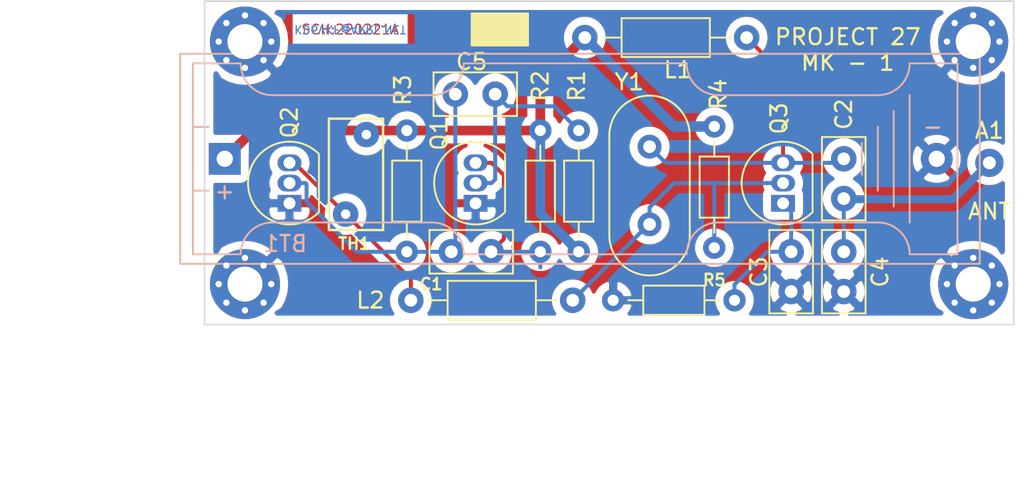
<source format=kicad_pcb>
(kicad_pcb (version 20171130) (host pcbnew "(5.1.5)-3")

  (general
    (thickness 1.6)
    (drawings 13)
    (tracks 62)
    (zones 0)
    (modules 23)
    (nets 11)
  )

  (page A4)
  (layers
    (0 F.Cu signal)
    (31 B.Cu signal)
    (32 B.Adhes user)
    (33 F.Adhes user)
    (34 B.Paste user)
    (35 F.Paste user)
    (36 B.SilkS user)
    (37 F.SilkS user)
    (38 B.Mask user)
    (39 F.Mask user)
    (40 Dwgs.User user)
    (41 Cmts.User user)
    (42 Eco1.User user)
    (43 Eco2.User user)
    (44 Edge.Cuts user)
    (45 Margin user)
    (46 B.CrtYd user)
    (47 F.CrtYd user)
    (48 B.Fab user)
    (49 F.Fab user)
  )

  (setup
    (last_trace_width 0.25)
    (trace_clearance 0.2)
    (zone_clearance 0.127)
    (zone_45_only no)
    (trace_min 0.2)
    (via_size 0.8)
    (via_drill 0.4)
    (via_min_size 0.4)
    (via_min_drill 0.3)
    (uvia_size 0.3)
    (uvia_drill 0.1)
    (uvias_allowed no)
    (uvia_min_size 0.2)
    (uvia_min_drill 0.1)
    (edge_width 0.05)
    (segment_width 0.2)
    (pcb_text_width 0.3)
    (pcb_text_size 1.5 1.5)
    (mod_edge_width 0.12)
    (mod_text_size 1 1)
    (mod_text_width 0.15)
    (pad_size 1.5 1.5)
    (pad_drill 0.7)
    (pad_to_mask_clearance 0.051)
    (solder_mask_min_width 0.25)
    (aux_axis_origin 0 0)
    (grid_origin 88.9 106.68)
    (visible_elements 7FFFFFFF)
    (pcbplotparams
      (layerselection 0x010fc_ffffffff)
      (usegerberextensions false)
      (usegerberattributes false)
      (usegerberadvancedattributes false)
      (creategerberjobfile false)
      (excludeedgelayer true)
      (linewidth 0.100000)
      (plotframeref false)
      (viasonmask false)
      (mode 1)
      (useauxorigin false)
      (hpglpennumber 1)
      (hpglpenspeed 20)
      (hpglpendiameter 15.000000)
      (psnegative false)
      (psa4output false)
      (plotreference true)
      (plotvalue true)
      (plotinvisibletext false)
      (padsonsilk false)
      (subtractmaskfromsilk false)
      (outputformat 1)
      (mirror false)
      (drillshape 1)
      (scaleselection 1)
      (outputdirectory ""))
  )

  (net 0 "")
  (net 1 GNDREF)
  (net 2 "Net-(C1-Pad1)")
  (net 3 "Net-(C3-Pad1)")
  (net 4 +BATT)
  (net 5 "Net-(A1-Pad1)")
  (net 6 "Net-(L2-Pad1)")
  (net 7 "Net-(L2-Pad2)")
  (net 8 "Net-(C1-Pad2)")
  (net 9 "Net-(C2-Pad1)")
  (net 10 "Net-(C5-Pad2)")

  (net_class Default "This is the default net class."
    (clearance 0.2)
    (trace_width 0.25)
    (via_dia 0.8)
    (via_drill 0.4)
    (uvia_dia 0.3)
    (uvia_drill 0.1)
    (add_net +BATT)
    (add_net GNDREF)
    (add_net "Net-(A1-Pad1)")
    (add_net "Net-(C1-Pad1)")
    (add_net "Net-(C1-Pad2)")
    (add_net "Net-(C2-Pad1)")
    (add_net "Net-(C3-Pad1)")
    (add_net "Net-(C5-Pad2)")
    (add_net "Net-(L2-Pad1)")
    (add_net "Net-(L2-Pad2)")
  )

  (module Package_TO_SOT_THT:TO-92_Inline (layer F.Cu) (tedit 5A1DD157) (tstamp 6206F774)
    (at 105.918 99.06 90)
    (descr "TO-92 leads in-line, narrow, oval pads, drill 0.75mm (see NXP sot054_po.pdf)")
    (tags "to-92 sc-43 sc-43a sot54 PA33 transistor")
    (path /620D599A)
    (fp_text reference Q1 (at 4.318 -2.286 90) (layer F.SilkS)
      (effects (font (size 1 1) (thickness 0.15)))
    )
    (fp_text value 2N3904 (at 1.27 1.27 90) (layer F.Fab)
      (effects (font (size 1 1) (thickness 0.15)))
    )
    (fp_arc (start 1.27 0) (end 1.27 -2.6) (angle 135) (layer F.SilkS) (width 0.12))
    (fp_arc (start 1.27 0) (end 1.27 -2.48) (angle -135) (layer F.Fab) (width 0.1))
    (fp_arc (start 1.27 0) (end 1.27 -2.6) (angle -135) (layer F.SilkS) (width 0.12))
    (fp_arc (start 1.27 0) (end 1.27 -2.48) (angle 135) (layer F.Fab) (width 0.1))
    (fp_line (start 4 2.01) (end -1.46 2.01) (layer F.CrtYd) (width 0.05))
    (fp_line (start 4 2.01) (end 4 -2.73) (layer F.CrtYd) (width 0.05))
    (fp_line (start -1.46 -2.73) (end -1.46 2.01) (layer F.CrtYd) (width 0.05))
    (fp_line (start -1.46 -2.73) (end 4 -2.73) (layer F.CrtYd) (width 0.05))
    (fp_line (start -0.5 1.75) (end 3 1.75) (layer F.Fab) (width 0.1))
    (fp_line (start -0.53 1.85) (end 3.07 1.85) (layer F.SilkS) (width 0.12))
    (fp_text user %R (at 4.318 -2.286 90) (layer F.Fab)
      (effects (font (size 1 1) (thickness 0.15)))
    )
    (pad 1 thru_hole rect (at 0 0 90) (size 1.05 1.5) (drill 0.75) (layers *.Cu *.Mask)
      (net 1 GNDREF))
    (pad 3 thru_hole oval (at 2.54 0 90) (size 1.05 1.5) (drill 0.75) (layers *.Cu *.Mask)
      (net 8 "Net-(C1-Pad2)"))
    (pad 2 thru_hole oval (at 1.27 0 90) (size 1.05 1.5) (drill 0.75) (layers *.Cu *.Mask)
      (net 10 "Net-(C5-Pad2)"))
    (model ${KISYS3DMOD}/Package_TO_SOT_THT.3dshapes/TO-92_Inline.wrl
      (at (xyz 0 0 0))
      (scale (xyz 1 1 1))
      (rotate (xyz 0 0 0))
    )
  )

  (module Battery:BatteryHolder_Keystone_2466_1xAAA (layer B.Cu) (tedit 5B254C39) (tstamp 621413A7)
    (at 90.17 96.266)
    (descr "1xAAA Battery Holder, Keystone, Plastic Case, http://www.keyelco.com/product-pdf.cfm?p=1031")
    (tags "AAA battery holder Keystone")
    (path /6217B597)
    (fp_text reference BT1 (at 3.81 5.334 180) (layer B.SilkS)
      (effects (font (size 1 1) (thickness 0.15)) (justify mirror))
    )
    (fp_text value Battery_Cell (at 22 0) (layer B.Fab)
      (effects (font (size 1 1) (thickness 0.15)) (justify mirror))
    )
    (fp_line (start -2.7 -6.5) (end -2.7 0) (layer B.Fab) (width 0.1))
    (fp_line (start 47.3 -6.5) (end -2.7 -6.5) (layer B.Fab) (width 0.1))
    (fp_line (start 47.3 6.5) (end 47.3 -6.5) (layer B.Fab) (width 0.1))
    (fp_line (start -2.7 6.5) (end 47.3 6.5) (layer B.Fab) (width 0.1))
    (fp_line (start -2.7 0) (end -2.7 6.5) (layer B.Fab) (width 0.1))
    (fp_line (start 46 -6) (end 43 -6) (layer B.SilkS) (width 0.12))
    (fp_line (start 46 6) (end 46 -6) (layer B.SilkS) (width 0.12))
    (fp_line (start 46 6) (end 43 6) (layer B.SilkS) (width 0.12))
    (fp_line (start -2 -6) (end 1 -6) (layer B.SilkS) (width 0.12))
    (fp_line (start -2 6) (end -2 -6) (layer B.SilkS) (width 0.12))
    (fp_line (start -2 6) (end 1 6) (layer B.SilkS) (width 0.12))
    (fp_arc (start 3 6) (end 3 4) (angle -90) (layer B.SilkS) (width 0.12))
    (fp_arc (start 41 6) (end 43 6) (angle -90) (layer B.SilkS) (width 0.12))
    (fp_arc (start 41 -6) (end 41 -4) (angle -90) (layer B.SilkS) (width 0.12))
    (fp_line (start 41 -4) (end 31 -4) (layer B.SilkS) (width 0.12))
    (fp_line (start 41 4) (end 31 4) (layer B.SilkS) (width 0.12))
    (fp_arc (start 3 -6) (end 1 -6) (angle -90) (layer B.SilkS) (width 0.12))
    (fp_line (start 3 4) (end 13 4) (layer B.SilkS) (width 0.12))
    (fp_line (start 3 -4) (end 13 -4) (layer B.SilkS) (width 0.12))
    (fp_arc (start 31 -6) (end 29 -6) (angle -90) (layer B.SilkS) (width 0.12))
    (fp_arc (start 13 -6) (end 13 -4) (angle -90) (layer B.SilkS) (width 0.12))
    (fp_arc (start 13 6) (end 15 6) (angle -90) (layer B.SilkS) (width 0.12))
    (fp_arc (start 31 6) (end 31 4) (angle -90) (layer B.SilkS) (width 0.12))
    (fp_line (start 29 6) (end 15 6) (layer B.SilkS) (width 0.12))
    (fp_line (start 15 -6) (end 29 -6) (layer B.SilkS) (width 0.12))
    (fp_line (start -1 -2) (end -2 -2) (layer B.SilkS) (width 0.12))
    (fp_line (start -2 2) (end -1 2) (layer B.SilkS) (width 0.12))
    (fp_line (start 43 4) (end 43 -4) (layer B.SilkS) (width 0.12))
    (fp_line (start 42 -3) (end 42 3) (layer B.SilkS) (width 0.12))
    (fp_line (start 41 2) (end 41 -2) (layer B.SilkS) (width 0.12))
    (fp_line (start 40 1) (end 40 -1) (layer B.SilkS) (width 0.12))
    (fp_line (start 47.4 6.6) (end -2.8 6.6) (layer B.SilkS) (width 0.12))
    (fp_line (start -2.8 6.6) (end -2.8 -6.6) (layer B.SilkS) (width 0.12))
    (fp_line (start -2.8 -6.6) (end 47.4 -6.6) (layer B.SilkS) (width 0.12))
    (fp_line (start 47.4 -6.6) (end 47.4 6.6) (layer B.SilkS) (width 0.12))
    (fp_line (start 47.8 7) (end -3.2 7) (layer B.CrtYd) (width 0.05))
    (fp_line (start -3.2 7) (end -3.2 -7) (layer B.CrtYd) (width 0.05))
    (fp_line (start -3.2 -7) (end 47.8 -7) (layer B.CrtYd) (width 0.05))
    (fp_line (start 47.8 -7) (end 47.8 7) (layer B.CrtYd) (width 0.05))
    (fp_text user %R (at 0 0) (layer B.Fab)
      (effects (font (size 1 1) (thickness 0.15)) (justify mirror))
    )
    (fp_text user + (at 0 2.032) (layer B.SilkS)
      (effects (font (size 1 1) (thickness 0.15)) (justify mirror))
    )
    (fp_text user - (at 44.45 -2.032) (layer B.SilkS)
      (effects (font (size 1 1) (thickness 0.15)) (justify mirror))
    )
    (pad 2 thru_hole circle (at 44.7 0) (size 2 2) (drill 1.02) (layers *.Cu *.Mask)
      (net 1 GNDREF))
    (pad 1 thru_hole rect (at 0 0) (size 2 2) (drill 1.02) (layers *.Cu *.Mask)
      (net 4 +BATT))
    (model ${KISYS3DMOD}/Battery.3dshapes/BatteryHolder_Keystone_2466_1xAAA.wrl
      (at (xyz 0 0 0))
      (scale (xyz 1 1 1))
      (rotate (xyz 0 0 0))
    )
  )

  (module MountingHole:MountingHole_2.2mm_M2_Pad_Via (layer F.Cu) (tedit 56DDB9C7) (tstamp 621472DB)
    (at 137.16 104.14)
    (descr "Mounting Hole 2.2mm, M2")
    (tags "mounting hole 2.2mm m2")
    (path /621AF8B0)
    (attr virtual)
    (fp_text reference H4 (at 0 -3.2) (layer F.SilkS) hide
      (effects (font (size 1 1) (thickness 0.15)))
    )
    (fp_text value MountingHole_Pad (at 0.150726 3.2) (layer F.Fab) hide
      (effects (font (size 1 1) (thickness 0.15)))
    )
    (fp_circle (center 0 0) (end 2.45 0) (layer F.CrtYd) (width 0.05))
    (fp_circle (center 0 0) (end 2.2 0) (layer Cmts.User) (width 0.15))
    (fp_text user %R (at 0.3 0) (layer F.Fab)
      (effects (font (size 1 1) (thickness 0.15)))
    )
    (pad 1 thru_hole circle (at 1.166726 -1.166726) (size 0.7 0.7) (drill 0.4) (layers *.Cu *.Mask)
      (net 1 GNDREF))
    (pad 1 thru_hole circle (at 0 -1.65) (size 0.7 0.7) (drill 0.4) (layers *.Cu *.Mask)
      (net 1 GNDREF))
    (pad 1 thru_hole circle (at -1.166726 -1.166726) (size 0.7 0.7) (drill 0.4) (layers *.Cu *.Mask)
      (net 1 GNDREF))
    (pad 1 thru_hole circle (at -1.65 0) (size 0.7 0.7) (drill 0.4) (layers *.Cu *.Mask)
      (net 1 GNDREF))
    (pad 1 thru_hole circle (at -1.166726 1.166726) (size 0.7 0.7) (drill 0.4) (layers *.Cu *.Mask)
      (net 1 GNDREF))
    (pad 1 thru_hole circle (at 0 1.65) (size 0.7 0.7) (drill 0.4) (layers *.Cu *.Mask)
      (net 1 GNDREF))
    (pad 1 thru_hole circle (at 1.166726 1.166726) (size 0.7 0.7) (drill 0.4) (layers *.Cu *.Mask)
      (net 1 GNDREF))
    (pad 1 thru_hole circle (at 1.65 0) (size 0.7 0.7) (drill 0.4) (layers *.Cu *.Mask)
      (net 1 GNDREF))
    (pad 1 thru_hole circle (at 0 0) (size 4.4 4.4) (drill 2.2) (layers *.Cu *.Mask)
      (net 1 GNDREF))
  )

  (module MountingHole:MountingHole_2.2mm_M2_Pad_Via (layer F.Cu) (tedit 56DDB9C7) (tstamp 621478B8)
    (at 137.16 88.9)
    (descr "Mounting Hole 2.2mm, M2")
    (tags "mounting hole 2.2mm m2")
    (path /621AF8A6)
    (attr virtual)
    (fp_text reference H2 (at 0 -3.2) (layer F.SilkS) hide
      (effects (font (size 1 1) (thickness 0.15)))
    )
    (fp_text value MountingHole_Pad (at 0 3.2) (layer F.Fab) hide
      (effects (font (size 1 1) (thickness 0.15)))
    )
    (fp_circle (center 0 0) (end 2.45 0) (layer F.CrtYd) (width 0.05))
    (fp_circle (center 0 0) (end 2.2 0) (layer Cmts.User) (width 0.15))
    (fp_text user %R (at 0.3 0) (layer F.Fab)
      (effects (font (size 1 1) (thickness 0.15)))
    )
    (pad 1 thru_hole circle (at 1.166726 -1.166726) (size 0.7 0.7) (drill 0.4) (layers *.Cu *.Mask)
      (net 1 GNDREF))
    (pad 1 thru_hole circle (at 0 -1.65) (size 0.7 0.7) (drill 0.4) (layers *.Cu *.Mask)
      (net 1 GNDREF))
    (pad 1 thru_hole circle (at -1.166726 -1.166726) (size 0.7 0.7) (drill 0.4) (layers *.Cu *.Mask)
      (net 1 GNDREF))
    (pad 1 thru_hole circle (at -1.65 0) (size 0.7 0.7) (drill 0.4) (layers *.Cu *.Mask)
      (net 1 GNDREF))
    (pad 1 thru_hole circle (at -1.166726 1.166726) (size 0.7 0.7) (drill 0.4) (layers *.Cu *.Mask)
      (net 1 GNDREF))
    (pad 1 thru_hole circle (at 0 1.65) (size 0.7 0.7) (drill 0.4) (layers *.Cu *.Mask)
      (net 1 GNDREF))
    (pad 1 thru_hole circle (at 1.166726 1.166726) (size 0.7 0.7) (drill 0.4) (layers *.Cu *.Mask)
      (net 1 GNDREF))
    (pad 1 thru_hole circle (at 1.65 0) (size 0.7 0.7) (drill 0.4) (layers *.Cu *.Mask)
      (net 1 GNDREF))
    (pad 1 thru_hole circle (at 0 0) (size 4.4 4.4) (drill 2.2) (layers *.Cu *.Mask)
      (net 1 GNDREF))
  )

  (module Crystal:Crystal_HC49-U_Vertical (layer F.Cu) (tedit 5A1AD3B8) (tstamp 62071C99)
    (at 116.84 95.504 270)
    (descr "Crystal THT HC-49/U http://5hertz.com/pdfs/04404_D.pdf")
    (tags "THT crystalHC-49/U")
    (path /62030F83)
    (fp_text reference Y1 (at -4.064 1.27) (layer F.SilkS)
      (effects (font (size 1 1) (thickness 0.15)))
    )
    (fp_text value "27.145 3OT" (at 2.54 1.524 90) (layer F.Fab)
      (effects (font (size 1 1) (thickness 0.15)))
    )
    (fp_arc (start 5.565 0) (end 5.565 -2.525) (angle 180) (layer F.SilkS) (width 0.12))
    (fp_arc (start -0.685 0) (end -0.685 -2.525) (angle -180) (layer F.SilkS) (width 0.12))
    (fp_arc (start 5.44 0) (end 5.44 -2) (angle 180) (layer F.Fab) (width 0.1))
    (fp_arc (start -0.56 0) (end -0.56 -2) (angle -180) (layer F.Fab) (width 0.1))
    (fp_arc (start 5.565 0) (end 5.565 -2.325) (angle 180) (layer F.Fab) (width 0.1))
    (fp_arc (start -0.685 0) (end -0.685 -2.325) (angle -180) (layer F.Fab) (width 0.1))
    (fp_line (start 8.4 -2.8) (end -3.5 -2.8) (layer F.CrtYd) (width 0.05))
    (fp_line (start 8.4 2.8) (end 8.4 -2.8) (layer F.CrtYd) (width 0.05))
    (fp_line (start -3.5 2.8) (end 8.4 2.8) (layer F.CrtYd) (width 0.05))
    (fp_line (start -3.5 -2.8) (end -3.5 2.8) (layer F.CrtYd) (width 0.05))
    (fp_line (start -0.685 2.525) (end 5.565 2.525) (layer F.SilkS) (width 0.12))
    (fp_line (start -0.685 -2.525) (end 5.565 -2.525) (layer F.SilkS) (width 0.12))
    (fp_line (start -0.56 2) (end 5.44 2) (layer F.Fab) (width 0.1))
    (fp_line (start -0.56 -2) (end 5.44 -2) (layer F.Fab) (width 0.1))
    (fp_line (start -0.685 2.325) (end 5.565 2.325) (layer F.Fab) (width 0.1))
    (fp_line (start -0.685 -2.325) (end 5.565 -2.325) (layer F.Fab) (width 0.1))
    (fp_text user %R (at 2.44 0 90) (layer F.Fab)
      (effects (font (size 1 1) (thickness 0.15)))
    )
    (pad 2 thru_hole circle (at 4.88 0 270) (size 1.5 1.5) (drill 0.8) (layers *.Cu *.Mask)
      (net 7 "Net-(L2-Pad2)"))
    (pad 1 thru_hole circle (at 0 0 270) (size 1.5 1.5) (drill 0.8) (layers *.Cu *.Mask)
      (net 9 "Net-(C2-Pad1)"))
    (model ${KISYS3DMOD}/Crystal.3dshapes/Crystal_HC49-U_Vertical.wrl
      (at (xyz 0 0 0))
      (scale (xyz 1 1 1))
      (rotate (xyz 0 0 0))
    )
  )

  (module BALOON_TX_27:Hole_100_75 (layer F.Cu) (tedit 6209EA79) (tstamp 620F474B)
    (at 138.176 96.52)
    (descr "Mounting Hole 2.2mm, M2, DIN965")
    (tags "mounting hole 2.2mm m2 din965")
    (path /6251563E)
    (attr virtual)
    (fp_text reference A1 (at 0 -2.032) (layer F.SilkS)
      (effects (font (size 1 1) (thickness 0.15)))
    )
    (fp_text value ANT (at 0 3.048) (layer F.SilkS)
      (effects (font (size 1 1) (thickness 0.15)))
    )
    (fp_text user %R (at 0.3 0) (layer F.Fab)
      (effects (font (size 1 1) (thickness 0.15)))
    )
    (fp_circle (center 0 0) (end 1.9 0) (layer Cmts.User) (width 0.15))
    (fp_circle (center 0 0) (end 2.15 0) (layer F.CrtYd) (width 0.05))
    (pad 1 thru_hole circle (at 0 0) (size 1.778 1.778) (drill 0.8128) (layers *.Cu *.Mask)
      (net 5 "Net-(A1-Pad1)"))
  )

  (module MountingHole:MountingHole_2.2mm_M2_Pad_Via (layer F.Cu) (tedit 56DDB9C7) (tstamp 6209983B)
    (at 91.44 104.14)
    (descr "Mounting Hole 2.2mm, M2")
    (tags "mounting hole 2.2mm m2")
    (path /6254D7F2)
    (attr virtual)
    (fp_text reference H3 (at 0 -3.2) (layer F.SilkS) hide
      (effects (font (size 1 1) (thickness 0.15)))
    )
    (fp_text value MountingHole_Pad (at 0 3.2) (layer F.Fab)
      (effects (font (size 1 1) (thickness 0.15)))
    )
    (fp_circle (center 0 0) (end 2.45 0) (layer F.CrtYd) (width 0.05))
    (fp_circle (center 0 0) (end 2.2 0) (layer Cmts.User) (width 0.15))
    (fp_text user %R (at 0.3 0) (layer F.Fab)
      (effects (font (size 1 1) (thickness 0.15)))
    )
    (pad 1 thru_hole circle (at 1.166726 -1.166726) (size 0.7 0.7) (drill 0.4) (layers *.Cu *.Mask)
      (net 1 GNDREF))
    (pad 1 thru_hole circle (at 0 -1.65) (size 0.7 0.7) (drill 0.4) (layers *.Cu *.Mask)
      (net 1 GNDREF))
    (pad 1 thru_hole circle (at -1.166726 -1.166726) (size 0.7 0.7) (drill 0.4) (layers *.Cu *.Mask)
      (net 1 GNDREF))
    (pad 1 thru_hole circle (at -1.65 0) (size 0.7 0.7) (drill 0.4) (layers *.Cu *.Mask)
      (net 1 GNDREF))
    (pad 1 thru_hole circle (at -1.166726 1.166726) (size 0.7 0.7) (drill 0.4) (layers *.Cu *.Mask)
      (net 1 GNDREF))
    (pad 1 thru_hole circle (at 0 1.65) (size 0.7 0.7) (drill 0.4) (layers *.Cu *.Mask)
      (net 1 GNDREF))
    (pad 1 thru_hole circle (at 1.166726 1.166726) (size 0.7 0.7) (drill 0.4) (layers *.Cu *.Mask)
      (net 1 GNDREF))
    (pad 1 thru_hole circle (at 1.65 0) (size 0.7 0.7) (drill 0.4) (layers *.Cu *.Mask)
      (net 1 GNDREF))
    (pad 1 thru_hole circle (at 0 0) (size 4.4 4.4) (drill 2.2) (layers *.Cu *.Mask)
      (net 1 GNDREF))
  )

  (module MountingHole:MountingHole_2.2mm_M2_Pad_Via (layer F.Cu) (tedit 56DDB9C7) (tstamp 6209982B)
    (at 91.44 88.9)
    (descr "Mounting Hole 2.2mm, M2")
    (tags "mounting hole 2.2mm m2")
    (path /6254C003)
    (attr virtual)
    (fp_text reference H1 (at 0 -3.2) (layer F.SilkS) hide
      (effects (font (size 1 1) (thickness 0.15)))
    )
    (fp_text value MountingHole_Pad (at 0 3.2) (layer F.Fab)
      (effects (font (size 1 1) (thickness 0.15)))
    )
    (fp_circle (center 0 0) (end 2.45 0) (layer F.CrtYd) (width 0.05))
    (fp_circle (center 0 0) (end 2.2 0) (layer Cmts.User) (width 0.15))
    (fp_text user %R (at 0.3 0) (layer F.Fab)
      (effects (font (size 1 1) (thickness 0.15)))
    )
    (pad 1 thru_hole circle (at 1.166726 -1.166726) (size 0.7 0.7) (drill 0.4) (layers *.Cu *.Mask)
      (net 1 GNDREF))
    (pad 1 thru_hole circle (at 0 -1.65) (size 0.7 0.7) (drill 0.4) (layers *.Cu *.Mask)
      (net 1 GNDREF))
    (pad 1 thru_hole circle (at -1.166726 -1.166726) (size 0.7 0.7) (drill 0.4) (layers *.Cu *.Mask)
      (net 1 GNDREF))
    (pad 1 thru_hole circle (at -1.65 0) (size 0.7 0.7) (drill 0.4) (layers *.Cu *.Mask)
      (net 1 GNDREF))
    (pad 1 thru_hole circle (at -1.166726 1.166726) (size 0.7 0.7) (drill 0.4) (layers *.Cu *.Mask)
      (net 1 GNDREF))
    (pad 1 thru_hole circle (at 0 1.65) (size 0.7 0.7) (drill 0.4) (layers *.Cu *.Mask)
      (net 1 GNDREF))
    (pad 1 thru_hole circle (at 1.166726 1.166726) (size 0.7 0.7) (drill 0.4) (layers *.Cu *.Mask)
      (net 1 GNDREF))
    (pad 1 thru_hole circle (at 1.65 0) (size 0.7 0.7) (drill 0.4) (layers *.Cu *.Mask)
      (net 1 GNDREF))
    (pad 1 thru_hole circle (at 0 0) (size 4.4 4.4) (drill 2.2) (layers *.Cu *.Mask)
      (net 1 GNDREF))
  )

  (module Capacitor_THT:C_Disc_D5.0mm_W2.5mm_P2.50mm (layer F.Cu) (tedit 5AE50EF0) (tstamp 62070450)
    (at 129.032 96.266 270)
    (descr "C, Disc series, Radial, pin pitch=2.50mm, , diameter*width=5*2.5mm^2, Capacitor, http://cdn-reichelt.de/documents/datenblatt/B300/DS_KERKO_TC.pdf")
    (tags "C Disc series Radial pin pitch 2.50mm  diameter 5mm width 2.5mm Capacitor")
    (path /62032FE7)
    (fp_text reference C2 (at -2.794 0 90) (layer F.SilkS)
      (effects (font (size 1 1) (thickness 0.15)))
    )
    (fp_text value 47 (at 1.27 -1.016 90) (layer F.Fab)
      (effects (font (size 1 1) (thickness 0.15)))
    )
    (fp_text user %R (at -2.794 0 90) (layer F.Fab)
      (effects (font (size 1 1) (thickness 0.15)))
    )
    (fp_line (start 4 -1.5) (end -1.5 -1.5) (layer F.CrtYd) (width 0.05))
    (fp_line (start 4 1.5) (end 4 -1.5) (layer F.CrtYd) (width 0.05))
    (fp_line (start -1.5 1.5) (end 4 1.5) (layer F.CrtYd) (width 0.05))
    (fp_line (start -1.5 -1.5) (end -1.5 1.5) (layer F.CrtYd) (width 0.05))
    (fp_line (start 3.87 -1.37) (end 3.87 1.37) (layer F.SilkS) (width 0.12))
    (fp_line (start -1.37 -1.37) (end -1.37 1.37) (layer F.SilkS) (width 0.12))
    (fp_line (start -1.37 1.37) (end 3.87 1.37) (layer F.SilkS) (width 0.12))
    (fp_line (start -1.37 -1.37) (end 3.87 -1.37) (layer F.SilkS) (width 0.12))
    (fp_line (start 3.75 -1.25) (end -1.25 -1.25) (layer F.Fab) (width 0.1))
    (fp_line (start 3.75 1.25) (end 3.75 -1.25) (layer F.Fab) (width 0.1))
    (fp_line (start -1.25 1.25) (end 3.75 1.25) (layer F.Fab) (width 0.1))
    (fp_line (start -1.25 -1.25) (end -1.25 1.25) (layer F.Fab) (width 0.1))
    (pad 2 thru_hole circle (at 2.5 0 270) (size 1.6 1.6) (drill 0.8) (layers *.Cu *.Mask)
      (net 5 "Net-(A1-Pad1)"))
    (pad 1 thru_hole circle (at 0 0 270) (size 1.6 1.6) (drill 0.8) (layers *.Cu *.Mask)
      (net 9 "Net-(C2-Pad1)"))
    (model ${KISYS3DMOD}/Capacitor_THT.3dshapes/C_Disc_D5.0mm_W2.5mm_P2.50mm.wrl
      (at (xyz 0 0 0))
      (scale (xyz 1 1 1))
      (rotate (xyz 0 0 0))
    )
  )

  (module Capacitor_THT:C_Disc_D5.0mm_W2.5mm_P2.50mm (layer F.Cu) (tedit 5AE50EF0) (tstamp 6207043D)
    (at 125.73 102.108 270)
    (descr "C, Disc series, Radial, pin pitch=2.50mm, , diameter*width=5*2.5mm^2, Capacitor, http://cdn-reichelt.de/documents/datenblatt/B300/DS_KERKO_TC.pdf")
    (tags "C Disc series Radial pin pitch 2.50mm  diameter 5mm width 2.5mm Capacitor")
    (path /62040B1D)
    (fp_text reference C3 (at 1.27 2.032 90) (layer F.SilkS)
      (effects (font (size 1 1) (thickness 0.15)))
    )
    (fp_text value 102 (at 0.762 1.778 90) (layer F.Fab)
      (effects (font (size 1 1) (thickness 0.15)))
    )
    (fp_text user %R (at 1.27 2.032 90) (layer F.Fab)
      (effects (font (size 1 1) (thickness 0.15)))
    )
    (fp_line (start 4 -1.5) (end -1.5 -1.5) (layer F.CrtYd) (width 0.05))
    (fp_line (start 4 1.5) (end 4 -1.5) (layer F.CrtYd) (width 0.05))
    (fp_line (start -1.5 1.5) (end 4 1.5) (layer F.CrtYd) (width 0.05))
    (fp_line (start -1.5 -1.5) (end -1.5 1.5) (layer F.CrtYd) (width 0.05))
    (fp_line (start 3.87 -1.37) (end 3.87 1.37) (layer F.SilkS) (width 0.12))
    (fp_line (start -1.37 -1.37) (end -1.37 1.37) (layer F.SilkS) (width 0.12))
    (fp_line (start -1.37 1.37) (end 3.87 1.37) (layer F.SilkS) (width 0.12))
    (fp_line (start -1.37 -1.37) (end 3.87 -1.37) (layer F.SilkS) (width 0.12))
    (fp_line (start 3.75 -1.25) (end -1.25 -1.25) (layer F.Fab) (width 0.1))
    (fp_line (start 3.75 1.25) (end 3.75 -1.25) (layer F.Fab) (width 0.1))
    (fp_line (start -1.25 1.25) (end 3.75 1.25) (layer F.Fab) (width 0.1))
    (fp_line (start -1.25 -1.25) (end -1.25 1.25) (layer F.Fab) (width 0.1))
    (pad 2 thru_hole circle (at 2.5 0 270) (size 1.6 1.6) (drill 0.8) (layers *.Cu *.Mask)
      (net 1 GNDREF))
    (pad 1 thru_hole circle (at 0 0 270) (size 1.6 1.6) (drill 0.8) (layers *.Cu *.Mask)
      (net 3 "Net-(C3-Pad1)"))
    (model ${KISYS3DMOD}/Capacitor_THT.3dshapes/C_Disc_D5.0mm_W2.5mm_P2.50mm.wrl
      (at (xyz 0 0 0))
      (scale (xyz 1 1 1))
      (rotate (xyz 0 0 0))
    )
  )

  (module Resistor_THT:R_Axial_DIN0204_L3.6mm_D1.6mm_P7.62mm_Horizontal (layer F.Cu) (tedit 5AE5139B) (tstamp 62070758)
    (at 120.904 94.234 270)
    (descr "Resistor, Axial_DIN0204 series, Axial, Horizontal, pin pitch=7.62mm, 0.167W, length*diameter=3.6*1.6mm^2, http://cdn-reichelt.de/documents/datenblatt/B400/1_4W%23YAG.pdf")
    (tags "Resistor Axial_DIN0204 series Axial Horizontal pin pitch 7.62mm 0.167W length 3.6mm diameter 1.6mm")
    (path /62031C4D)
    (fp_text reference R4 (at -2.032 -0.254 90) (layer F.SilkS)
      (effects (font (size 1 1) (thickness 0.15)))
    )
    (fp_text value 330K (at 3.81 -0.254 90) (layer F.Fab)
      (effects (font (size 1 1) (thickness 0.15)))
    )
    (fp_text user %R (at -2.286 -0.254 90) (layer F.Fab)
      (effects (font (size 0.72 0.72) (thickness 0.108)))
    )
    (fp_line (start 8.57 -1.05) (end -0.95 -1.05) (layer F.CrtYd) (width 0.05))
    (fp_line (start 8.57 1.05) (end 8.57 -1.05) (layer F.CrtYd) (width 0.05))
    (fp_line (start -0.95 1.05) (end 8.57 1.05) (layer F.CrtYd) (width 0.05))
    (fp_line (start -0.95 -1.05) (end -0.95 1.05) (layer F.CrtYd) (width 0.05))
    (fp_line (start 6.68 0) (end 5.73 0) (layer F.SilkS) (width 0.12))
    (fp_line (start 0.94 0) (end 1.89 0) (layer F.SilkS) (width 0.12))
    (fp_line (start 5.73 -0.92) (end 1.89 -0.92) (layer F.SilkS) (width 0.12))
    (fp_line (start 5.73 0.92) (end 5.73 -0.92) (layer F.SilkS) (width 0.12))
    (fp_line (start 1.89 0.92) (end 5.73 0.92) (layer F.SilkS) (width 0.12))
    (fp_line (start 1.89 -0.92) (end 1.89 0.92) (layer F.SilkS) (width 0.12))
    (fp_line (start 7.62 0) (end 5.61 0) (layer F.Fab) (width 0.1))
    (fp_line (start 0 0) (end 2.01 0) (layer F.Fab) (width 0.1))
    (fp_line (start 5.61 -0.8) (end 2.01 -0.8) (layer F.Fab) (width 0.1))
    (fp_line (start 5.61 0.8) (end 5.61 -0.8) (layer F.Fab) (width 0.1))
    (fp_line (start 2.01 0.8) (end 5.61 0.8) (layer F.Fab) (width 0.1))
    (fp_line (start 2.01 -0.8) (end 2.01 0.8) (layer F.Fab) (width 0.1))
    (pad 2 thru_hole oval (at 7.62 0 270) (size 1.4 1.4) (drill 0.7) (layers *.Cu *.Mask)
      (net 7 "Net-(L2-Pad2)"))
    (pad 1 thru_hole circle (at 0 0 270) (size 1.4 1.4) (drill 0.7) (layers *.Cu *.Mask)
      (net 4 +BATT))
    (model ${KISYS3DMOD}/Resistor_THT.3dshapes/R_Axial_DIN0204_L3.6mm_D1.6mm_P7.62mm_Horizontal.wrl
      (at (xyz 0 0 0))
      (scale (xyz 1 1 1))
      (rotate (xyz 0 0 0))
    )
  )

  (module Resistor_THT:R_Axial_DIN0204_L3.6mm_D1.6mm_P7.62mm_Horizontal (layer F.Cu) (tedit 5AE5139B) (tstamp 6207079D)
    (at 122.174 105.156 180)
    (descr "Resistor, Axial_DIN0204 series, Axial, Horizontal, pin pitch=7.62mm, 0.167W, length*diameter=3.6*1.6mm^2, http://cdn-reichelt.de/documents/datenblatt/B400/1_4W%23YAG.pdf")
    (tags "Resistor Axial_DIN0204 series Axial Horizontal pin pitch 7.62mm 0.167W length 3.6mm diameter 1.6mm")
    (path /620406B8)
    (fp_text reference R5 (at 1.27 1.27) (layer F.SilkS)
      (effects (font (size 0.72 0.72) (thickness 0.15)))
    )
    (fp_text value 55 (at 3.81 -0.127 -90) (layer F.Fab)
      (effects (font (size 1 1) (thickness 0.15)))
    )
    (fp_text user %R (at 1.27 1.27) (layer F.Fab)
      (effects (font (size 0.72 0.72) (thickness 0.108)))
    )
    (fp_line (start 8.57 -1.05) (end -0.95 -1.05) (layer F.CrtYd) (width 0.05))
    (fp_line (start 8.57 1.05) (end 8.57 -1.05) (layer F.CrtYd) (width 0.05))
    (fp_line (start -0.95 1.05) (end 8.57 1.05) (layer F.CrtYd) (width 0.05))
    (fp_line (start -0.95 -1.05) (end -0.95 1.05) (layer F.CrtYd) (width 0.05))
    (fp_line (start 6.68 0) (end 5.73 0) (layer F.SilkS) (width 0.12))
    (fp_line (start 0.94 0) (end 1.89 0) (layer F.SilkS) (width 0.12))
    (fp_line (start 5.73 -0.92) (end 1.89 -0.92) (layer F.SilkS) (width 0.12))
    (fp_line (start 5.73 0.92) (end 5.73 -0.92) (layer F.SilkS) (width 0.12))
    (fp_line (start 1.89 0.92) (end 5.73 0.92) (layer F.SilkS) (width 0.12))
    (fp_line (start 1.89 -0.92) (end 1.89 0.92) (layer F.SilkS) (width 0.12))
    (fp_line (start 7.62 0) (end 5.61 0) (layer F.Fab) (width 0.1))
    (fp_line (start 0 0) (end 2.01 0) (layer F.Fab) (width 0.1))
    (fp_line (start 5.61 -0.8) (end 2.01 -0.8) (layer F.Fab) (width 0.1))
    (fp_line (start 5.61 0.8) (end 5.61 -0.8) (layer F.Fab) (width 0.1))
    (fp_line (start 2.01 0.8) (end 5.61 0.8) (layer F.Fab) (width 0.1))
    (fp_line (start 2.01 -0.8) (end 2.01 0.8) (layer F.Fab) (width 0.1))
    (pad 2 thru_hole oval (at 7.62 0 180) (size 1.4 1.4) (drill 0.7) (layers *.Cu *.Mask)
      (net 1 GNDREF))
    (pad 1 thru_hole circle (at 0 0 180) (size 1.4 1.4) (drill 0.7) (layers *.Cu *.Mask)
      (net 3 "Net-(C3-Pad1)"))
    (model ${KISYS3DMOD}/Resistor_THT.3dshapes/R_Axial_DIN0204_L3.6mm_D1.6mm_P7.62mm_Horizontal.wrl
      (at (xyz 0 0 0))
      (scale (xyz 1 1 1))
      (rotate (xyz 0 0 0))
    )
  )

  (module Package_TO_SOT_THT:TO-92_Inline (layer F.Cu) (tedit 5A1DD157) (tstamp 6206F73E)
    (at 125.222 99.06 90)
    (descr "TO-92 leads in-line, narrow, oval pads, drill 0.75mm (see NXP sot054_po.pdf)")
    (tags "to-92 sc-43 sc-43a sot54 PA33 transistor")
    (path /62030ADF)
    (fp_text reference Q3 (at 5.334 -0.254 90) (layer F.SilkS)
      (effects (font (size 1 1) (thickness 0.15)))
    )
    (fp_text value 2N5088 (at 1.27 1.524 90) (layer F.Fab)
      (effects (font (size 1 1) (thickness 0.15)))
    )
    (fp_arc (start 1.27 0) (end 1.27 -2.6) (angle 135) (layer F.SilkS) (width 0.12))
    (fp_arc (start 1.27 0) (end 1.27 -2.48) (angle -135) (layer F.Fab) (width 0.1))
    (fp_arc (start 1.27 0) (end 1.27 -2.6) (angle -135) (layer F.SilkS) (width 0.12))
    (fp_arc (start 1.27 0) (end 1.27 -2.48) (angle 135) (layer F.Fab) (width 0.1))
    (fp_line (start 4 2.01) (end -1.46 2.01) (layer F.CrtYd) (width 0.05))
    (fp_line (start 4 2.01) (end 4 -2.73) (layer F.CrtYd) (width 0.05))
    (fp_line (start -1.46 -2.73) (end -1.46 2.01) (layer F.CrtYd) (width 0.05))
    (fp_line (start -1.46 -2.73) (end 4 -2.73) (layer F.CrtYd) (width 0.05))
    (fp_line (start -0.5 1.75) (end 3 1.75) (layer F.Fab) (width 0.1))
    (fp_line (start -0.53 1.85) (end 3.07 1.85) (layer F.SilkS) (width 0.12))
    (fp_text user %R (at 5.334 -0.254 90) (layer F.Fab)
      (effects (font (size 1 1) (thickness 0.15)))
    )
    (pad 1 thru_hole rect (at 0 0 90) (size 1.05 1.5) (drill 0.75) (layers *.Cu *.Mask)
      (net 3 "Net-(C3-Pad1)"))
    (pad 3 thru_hole oval (at 2.54 0 90) (size 1.05 1.5) (drill 0.75) (layers *.Cu *.Mask)
      (net 9 "Net-(C2-Pad1)"))
    (pad 2 thru_hole oval (at 1.27 0 90) (size 1.05 1.5) (drill 0.75) (layers *.Cu *.Mask)
      (net 7 "Net-(L2-Pad2)"))
    (model ${KISYS3DMOD}/Package_TO_SOT_THT.3dshapes/TO-92_Inline.wrl
      (at (xyz 0 0 0))
      (scale (xyz 1 1 1))
      (rotate (xyz 0 0 0))
    )
  )

  (module Capacitor_THT:C_Disc_D5.0mm_W2.5mm_P2.50mm (layer F.Cu) (tedit 5AE50EF0) (tstamp 62075471)
    (at 129.032 102.108 270)
    (descr "C, Disc series, Radial, pin pitch=2.50mm, , diameter*width=5*2.5mm^2, Capacitor, http://cdn-reichelt.de/documents/datenblatt/B300/DS_KERKO_TC.pdf")
    (tags "C Disc series Radial pin pitch 2.50mm  diameter 5mm width 2.5mm Capacitor")
    (path /62048955)
    (fp_text reference C4 (at 1.27 -2.286 90) (layer F.SilkS)
      (effects (font (size 1 1) (thickness 0.15)))
    )
    (fp_text value 4p7 (at 1.016 1.27 90) (layer F.Fab)
      (effects (font (size 1 1) (thickness 0.15)))
    )
    (fp_text user %R (at 1.27 -2.286 90) (layer F.Fab)
      (effects (font (size 1 1) (thickness 0.15)))
    )
    (fp_line (start 4 -1.5) (end -1.5 -1.5) (layer F.CrtYd) (width 0.05))
    (fp_line (start 4 1.5) (end 4 -1.5) (layer F.CrtYd) (width 0.05))
    (fp_line (start -1.5 1.5) (end 4 1.5) (layer F.CrtYd) (width 0.05))
    (fp_line (start -1.5 -1.5) (end -1.5 1.5) (layer F.CrtYd) (width 0.05))
    (fp_line (start 3.87 -1.37) (end 3.87 1.37) (layer F.SilkS) (width 0.12))
    (fp_line (start -1.37 -1.37) (end -1.37 1.37) (layer F.SilkS) (width 0.12))
    (fp_line (start -1.37 1.37) (end 3.87 1.37) (layer F.SilkS) (width 0.12))
    (fp_line (start -1.37 -1.37) (end 3.87 -1.37) (layer F.SilkS) (width 0.12))
    (fp_line (start 3.75 -1.25) (end -1.25 -1.25) (layer F.Fab) (width 0.1))
    (fp_line (start 3.75 1.25) (end 3.75 -1.25) (layer F.Fab) (width 0.1))
    (fp_line (start -1.25 1.25) (end 3.75 1.25) (layer F.Fab) (width 0.1))
    (fp_line (start -1.25 -1.25) (end -1.25 1.25) (layer F.Fab) (width 0.1))
    (pad 2 thru_hole circle (at 2.5 0 270) (size 1.6 1.6) (drill 0.8) (layers *.Cu *.Mask)
      (net 1 GNDREF))
    (pad 1 thru_hole circle (at 0 0 270) (size 1.6 1.6) (drill 0.8) (layers *.Cu *.Mask)
      (net 5 "Net-(A1-Pad1)"))
    (model ${KISYS3DMOD}/Capacitor_THT.3dshapes/C_Disc_D5.0mm_W2.5mm_P2.50mm.wrl
      (at (xyz 0 0 0))
      (scale (xyz 1 1 1))
      (rotate (xyz 0 0 0))
    )
  )

  (module Inductor_THT:L_Axial_L5.3mm_D2.2mm_P10.16mm_Horizontal_Vishay_IM-1 (layer F.Cu) (tedit 5AE59B05) (tstamp 62076089)
    (at 101.854 105.156)
    (descr "Inductor, Axial series, Axial, Horizontal, pin pitch=10.16mm, , length*diameter=5.3*2.2mm^2, Vishay, IM-1, http://www.vishay.com/docs/34030/im.pdf")
    (tags "Inductor Axial series Axial Horizontal pin pitch 10.16mm  length 5.3mm diameter 2.2mm Vishay IM-1")
    (path /62051869)
    (fp_text reference L2 (at -2.54 0) (layer F.SilkS)
      (effects (font (size 1 1) (thickness 0.15)))
    )
    (fp_text value 1uH (at 5.08 0) (layer F.Fab)
      (effects (font (size 1 1) (thickness 0.15)))
    )
    (fp_text user %R (at 4.826 -2.032) (layer F.Fab)
      (effects (font (size 1 1) (thickness 0.15)))
    )
    (fp_line (start 11.21 -1.35) (end -1.05 -1.35) (layer F.CrtYd) (width 0.05))
    (fp_line (start 11.21 1.35) (end 11.21 -1.35) (layer F.CrtYd) (width 0.05))
    (fp_line (start -1.05 1.35) (end 11.21 1.35) (layer F.CrtYd) (width 0.05))
    (fp_line (start -1.05 -1.35) (end -1.05 1.35) (layer F.CrtYd) (width 0.05))
    (fp_line (start 9.12 0) (end 7.85 0) (layer F.SilkS) (width 0.12))
    (fp_line (start 1.04 0) (end 2.31 0) (layer F.SilkS) (width 0.12))
    (fp_line (start 7.85 -1.22) (end 2.31 -1.22) (layer F.SilkS) (width 0.12))
    (fp_line (start 7.85 1.22) (end 7.85 -1.22) (layer F.SilkS) (width 0.12))
    (fp_line (start 2.31 1.22) (end 7.85 1.22) (layer F.SilkS) (width 0.12))
    (fp_line (start 2.31 -1.22) (end 2.31 1.22) (layer F.SilkS) (width 0.12))
    (fp_line (start 10.16 0) (end 7.73 0) (layer F.Fab) (width 0.1))
    (fp_line (start 0 0) (end 2.43 0) (layer F.Fab) (width 0.1))
    (fp_line (start 7.73 -1.1) (end 2.43 -1.1) (layer F.Fab) (width 0.1))
    (fp_line (start 7.73 1.1) (end 7.73 -1.1) (layer F.Fab) (width 0.1))
    (fp_line (start 2.43 1.1) (end 7.73 1.1) (layer F.Fab) (width 0.1))
    (fp_line (start 2.43 -1.1) (end 2.43 1.1) (layer F.Fab) (width 0.1))
    (pad 2 thru_hole oval (at 10.16 0) (size 1.6 1.6) (drill 0.8) (layers *.Cu *.Mask)
      (net 7 "Net-(L2-Pad2)"))
    (pad 1 thru_hole circle (at 0 0) (size 1.6 1.6) (drill 0.8) (layers *.Cu *.Mask)
      (net 6 "Net-(L2-Pad1)"))
    (model ${KISYS3DMOD}/Inductor_THT.3dshapes/L_Axial_L5.3mm_D2.2mm_P10.16mm_Horizontal_Vishay_IM-1.wrl
      (at (xyz 0 0 0))
      (scale (xyz 1 1 1))
      (rotate (xyz 0 0 0))
    )
  )

  (module Inductor_THT:L_Axial_L5.3mm_D2.2mm_P10.16mm_Horizontal_Vishay_IM-1 (layer F.Cu) (tedit 5AE59B05) (tstamp 620705A1)
    (at 112.776 88.646)
    (descr "Inductor, Axial series, Axial, Horizontal, pin pitch=10.16mm, , length*diameter=5.3*2.2mm^2, Vishay, IM-1, http://www.vishay.com/docs/34030/im.pdf")
    (tags "Inductor Axial series Axial Horizontal pin pitch 10.16mm  length 5.3mm diameter 2.2mm Vishay IM-1")
    (path /62034BFA)
    (fp_text reference L1 (at 5.842 2.032) (layer F.SilkS)
      (effects (font (size 1 1) (thickness 0.15)))
    )
    (fp_text value 1uH (at 4.826 0) (layer F.Fab)
      (effects (font (size 1 1) (thickness 0.15)))
    )
    (fp_text user %R (at 5.334 0) (layer F.Fab)
      (effects (font (size 1 1) (thickness 0.15)))
    )
    (fp_line (start 11.21 -1.35) (end -1.05 -1.35) (layer F.CrtYd) (width 0.05))
    (fp_line (start 11.21 1.35) (end 11.21 -1.35) (layer F.CrtYd) (width 0.05))
    (fp_line (start -1.05 1.35) (end 11.21 1.35) (layer F.CrtYd) (width 0.05))
    (fp_line (start -1.05 -1.35) (end -1.05 1.35) (layer F.CrtYd) (width 0.05))
    (fp_line (start 9.12 0) (end 7.85 0) (layer F.SilkS) (width 0.12))
    (fp_line (start 1.04 0) (end 2.31 0) (layer F.SilkS) (width 0.12))
    (fp_line (start 7.85 -1.22) (end 2.31 -1.22) (layer F.SilkS) (width 0.12))
    (fp_line (start 7.85 1.22) (end 7.85 -1.22) (layer F.SilkS) (width 0.12))
    (fp_line (start 2.31 1.22) (end 7.85 1.22) (layer F.SilkS) (width 0.12))
    (fp_line (start 2.31 -1.22) (end 2.31 1.22) (layer F.SilkS) (width 0.12))
    (fp_line (start 10.16 0) (end 7.73 0) (layer F.Fab) (width 0.1))
    (fp_line (start 0 0) (end 2.43 0) (layer F.Fab) (width 0.1))
    (fp_line (start 7.73 -1.1) (end 2.43 -1.1) (layer F.Fab) (width 0.1))
    (fp_line (start 7.73 1.1) (end 7.73 -1.1) (layer F.Fab) (width 0.1))
    (fp_line (start 2.43 1.1) (end 7.73 1.1) (layer F.Fab) (width 0.1))
    (fp_line (start 2.43 -1.1) (end 2.43 1.1) (layer F.Fab) (width 0.1))
    (pad 2 thru_hole oval (at 10.16 0) (size 1.6 1.6) (drill 0.8) (layers *.Cu *.Mask)
      (net 9 "Net-(C2-Pad1)"))
    (pad 1 thru_hole circle (at 0 0) (size 1.6 1.6) (drill 0.8) (layers *.Cu *.Mask)
      (net 4 +BATT))
    (model ${KISYS3DMOD}/Inductor_THT.3dshapes/L_Axial_L5.3mm_D2.2mm_P10.16mm_Horizontal_Vishay_IM-1.wrl
      (at (xyz 0 0 0))
      (scale (xyz 1 1 1))
      (rotate (xyz 0 0 0))
    )
  )

  (module Varistor:RV_Disc_D7mm_W3.4mm_P5mm (layer F.Cu) (tedit 5A0F68DF) (tstamp 62072E3F)
    (at 99.06 94.742 270)
    (descr "Varistor, diameter 7mm, width 3.4mm, pitch 5mm")
    (tags "varistor SIOV")
    (path /62032270)
    (fp_text reference TH1 (at 6.858 0.762) (layer F.SilkS)
      (effects (font (size 0.72 0.72) (thickness 0.15)))
    )
    (fp_text value "10K PTC" (at 2.54 -0.254 90) (layer F.Fab)
      (effects (font (size 1 1) (thickness 0.15)))
    )
    (fp_line (start -1 -1.05) (end -1 2.35) (layer F.Fab) (width 0.1))
    (fp_line (start 6 -1.05) (end 6 2.35) (layer F.Fab) (width 0.1))
    (fp_line (start -1 -1.05) (end 6 -1.05) (layer F.Fab) (width 0.1))
    (fp_line (start -1 2.35) (end 6 2.35) (layer F.Fab) (width 0.1))
    (fp_line (start -1 -1.05) (end -1 2.35) (layer F.SilkS) (width 0.15))
    (fp_line (start 6 -1.05) (end 6 2.35) (layer F.SilkS) (width 0.15))
    (fp_line (start -1 -1.05) (end 6 -1.05) (layer F.SilkS) (width 0.15))
    (fp_line (start -1 2.35) (end 6 2.35) (layer F.SilkS) (width 0.15))
    (fp_line (start -1.25 -1.3) (end -1.25 2.6) (layer F.CrtYd) (width 0.05))
    (fp_line (start 6.25 -1.3) (end 6.25 2.6) (layer F.CrtYd) (width 0.05))
    (fp_line (start -1.25 -1.3) (end 6.25 -1.3) (layer F.CrtYd) (width 0.05))
    (fp_line (start -1.25 2.6) (end 6.25 2.6) (layer F.CrtYd) (width 0.05))
    (fp_text user %R (at 2.5 0.65 90) (layer F.Fab)
      (effects (font (size 1 1) (thickness 0.15)))
    )
    (pad 2 thru_hole circle (at 5 1.3 270) (size 1.6 1.6) (drill 0.6) (layers *.Cu *.Mask)
      (net 6 "Net-(L2-Pad1)"))
    (pad 1 thru_hole circle (at 0 0 270) (size 1.6 1.6) (drill 0.6) (layers *.Cu *.Mask)
      (net 4 +BATT))
    (model ${KISYS3DMOD}/Varistor.3dshapes/RV_Disc_D7mm_W3.4mm_P5mm.wrl
      (at (xyz 0 0 0))
      (scale (xyz 1 1 1))
      (rotate (xyz 0 0 0))
    )
  )

  (module Resistor_THT:R_Axial_DIN0204_L3.6mm_D1.6mm_P7.62mm_Horizontal (layer F.Cu) (tedit 5AE5139B) (tstamp 62070810)
    (at 101.6 94.488 270)
    (descr "Resistor, Axial_DIN0204 series, Axial, Horizontal, pin pitch=7.62mm, 0.167W, length*diameter=3.6*1.6mm^2, http://cdn-reichelt.de/documents/datenblatt/B400/1_4W%23YAG.pdf")
    (tags "Resistor Axial_DIN0204 series Axial Horizontal pin pitch 7.62mm 0.167W length 3.6mm diameter 1.6mm")
    (path /620D59AE)
    (fp_text reference R3 (at -2.54 0.254 90) (layer F.SilkS)
      (effects (font (size 1 1) (thickness 0.15)))
    )
    (fp_text value 2k7 (at 3.556 0.254 90) (layer F.Fab)
      (effects (font (size 1 1) (thickness 0.15)))
    )
    (fp_text user %R (at -2.286 0.254 90) (layer F.Fab)
      (effects (font (size 0.72 0.72) (thickness 0.108)))
    )
    (fp_line (start 8.57 -1.05) (end -0.95 -1.05) (layer F.CrtYd) (width 0.05))
    (fp_line (start 8.57 1.05) (end 8.57 -1.05) (layer F.CrtYd) (width 0.05))
    (fp_line (start -0.95 1.05) (end 8.57 1.05) (layer F.CrtYd) (width 0.05))
    (fp_line (start -0.95 -1.05) (end -0.95 1.05) (layer F.CrtYd) (width 0.05))
    (fp_line (start 6.68 0) (end 5.73 0) (layer F.SilkS) (width 0.12))
    (fp_line (start 0.94 0) (end 1.89 0) (layer F.SilkS) (width 0.12))
    (fp_line (start 5.73 -0.92) (end 1.89 -0.92) (layer F.SilkS) (width 0.12))
    (fp_line (start 5.73 0.92) (end 5.73 -0.92) (layer F.SilkS) (width 0.12))
    (fp_line (start 1.89 0.92) (end 5.73 0.92) (layer F.SilkS) (width 0.12))
    (fp_line (start 1.89 -0.92) (end 1.89 0.92) (layer F.SilkS) (width 0.12))
    (fp_line (start 7.62 0) (end 5.61 0) (layer F.Fab) (width 0.1))
    (fp_line (start 0 0) (end 2.01 0) (layer F.Fab) (width 0.1))
    (fp_line (start 5.61 -0.8) (end 2.01 -0.8) (layer F.Fab) (width 0.1))
    (fp_line (start 5.61 0.8) (end 5.61 -0.8) (layer F.Fab) (width 0.1))
    (fp_line (start 2.01 0.8) (end 5.61 0.8) (layer F.Fab) (width 0.1))
    (fp_line (start 2.01 -0.8) (end 2.01 0.8) (layer F.Fab) (width 0.1))
    (pad 2 thru_hole oval (at 7.62 0 270) (size 1.4 1.4) (drill 0.7) (layers *.Cu *.Mask)
      (net 2 "Net-(C1-Pad1)"))
    (pad 1 thru_hole circle (at 0 0 270) (size 1.4 1.4) (drill 0.7) (layers *.Cu *.Mask)
      (net 4 +BATT))
    (model ${KISYS3DMOD}/Resistor_THT.3dshapes/R_Axial_DIN0204_L3.6mm_D1.6mm_P7.62mm_Horizontal.wrl
      (at (xyz 0 0 0))
      (scale (xyz 1 1 1))
      (rotate (xyz 0 0 0))
    )
  )

  (module Resistor_THT:R_Axial_DIN0204_L3.6mm_D1.6mm_P7.62mm_Horizontal (layer F.Cu) (tedit 5AE5139B) (tstamp 620707F9)
    (at 109.982 102.108 90)
    (descr "Resistor, Axial_DIN0204 series, Axial, Horizontal, pin pitch=7.62mm, 0.167W, length*diameter=3.6*1.6mm^2, http://cdn-reichelt.de/documents/datenblatt/B400/1_4W%23YAG.pdf")
    (tags "Resistor Axial_DIN0204 series Axial Horizontal pin pitch 7.62mm 0.167W length 3.6mm diameter 1.6mm")
    (path /620D59B8)
    (fp_text reference R2 (at 10.414 0 90) (layer F.SilkS)
      (effects (font (size 1 1) (thickness 0.15)))
    )
    (fp_text value 10k (at 3.81 0 90) (layer F.Fab)
      (effects (font (size 1 1) (thickness 0.15)))
    )
    (fp_text user %R (at 10.16 0 90) (layer F.Fab)
      (effects (font (size 0.72 0.72) (thickness 0.108)))
    )
    (fp_line (start 8.57 -1.05) (end -0.95 -1.05) (layer F.CrtYd) (width 0.05))
    (fp_line (start 8.57 1.05) (end 8.57 -1.05) (layer F.CrtYd) (width 0.05))
    (fp_line (start -0.95 1.05) (end 8.57 1.05) (layer F.CrtYd) (width 0.05))
    (fp_line (start -0.95 -1.05) (end -0.95 1.05) (layer F.CrtYd) (width 0.05))
    (fp_line (start 6.68 0) (end 5.73 0) (layer F.SilkS) (width 0.12))
    (fp_line (start 0.94 0) (end 1.89 0) (layer F.SilkS) (width 0.12))
    (fp_line (start 5.73 -0.92) (end 1.89 -0.92) (layer F.SilkS) (width 0.12))
    (fp_line (start 5.73 0.92) (end 5.73 -0.92) (layer F.SilkS) (width 0.12))
    (fp_line (start 1.89 0.92) (end 5.73 0.92) (layer F.SilkS) (width 0.12))
    (fp_line (start 1.89 -0.92) (end 1.89 0.92) (layer F.SilkS) (width 0.12))
    (fp_line (start 7.62 0) (end 5.61 0) (layer F.Fab) (width 0.1))
    (fp_line (start 0 0) (end 2.01 0) (layer F.Fab) (width 0.1))
    (fp_line (start 5.61 -0.8) (end 2.01 -0.8) (layer F.Fab) (width 0.1))
    (fp_line (start 5.61 0.8) (end 5.61 -0.8) (layer F.Fab) (width 0.1))
    (fp_line (start 2.01 0.8) (end 5.61 0.8) (layer F.Fab) (width 0.1))
    (fp_line (start 2.01 -0.8) (end 2.01 0.8) (layer F.Fab) (width 0.1))
    (pad 2 thru_hole oval (at 7.62 0 90) (size 1.4 1.4) (drill 0.7) (layers *.Cu *.Mask)
      (net 4 +BATT))
    (pad 1 thru_hole circle (at 0 0 90) (size 1.4 1.4) (drill 0.7) (layers *.Cu *.Mask)
      (net 8 "Net-(C1-Pad2)"))
    (model ${KISYS3DMOD}/Resistor_THT.3dshapes/R_Axial_DIN0204_L3.6mm_D1.6mm_P7.62mm_Horizontal.wrl
      (at (xyz 0 0 0))
      (scale (xyz 1 1 1))
      (rotate (xyz 0 0 0))
    )
  )

  (module Resistor_THT:R_Axial_DIN0204_L3.6mm_D1.6mm_P7.62mm_Horizontal (layer F.Cu) (tedit 5AE5139B) (tstamp 620707E2)
    (at 112.395 102.108 90)
    (descr "Resistor, Axial_DIN0204 series, Axial, Horizontal, pin pitch=7.62mm, 0.167W, length*diameter=3.6*1.6mm^2, http://cdn-reichelt.de/documents/datenblatt/B400/1_4W%23YAG.pdf")
    (tags "Resistor Axial_DIN0204 series Axial Horizontal pin pitch 7.62mm 0.167W length 3.6mm diameter 1.6mm")
    (path /620D5990)
    (fp_text reference R1 (at 10.414 -0.127 90) (layer F.SilkS)
      (effects (font (size 1 1) (thickness 0.15)))
    )
    (fp_text value 2k7 (at 3.556 -0.127 90) (layer F.Fab)
      (effects (font (size 1 1) (thickness 0.15)))
    )
    (fp_text user %R (at 10.16 0.127 90) (layer F.Fab)
      (effects (font (size 0.72 0.72) (thickness 0.108)))
    )
    (fp_line (start 8.57 -1.05) (end -0.95 -1.05) (layer F.CrtYd) (width 0.05))
    (fp_line (start 8.57 1.05) (end 8.57 -1.05) (layer F.CrtYd) (width 0.05))
    (fp_line (start -0.95 1.05) (end 8.57 1.05) (layer F.CrtYd) (width 0.05))
    (fp_line (start -0.95 -1.05) (end -0.95 1.05) (layer F.CrtYd) (width 0.05))
    (fp_line (start 6.68 0) (end 5.73 0) (layer F.SilkS) (width 0.12))
    (fp_line (start 0.94 0) (end 1.89 0) (layer F.SilkS) (width 0.12))
    (fp_line (start 5.73 -0.92) (end 1.89 -0.92) (layer F.SilkS) (width 0.12))
    (fp_line (start 5.73 0.92) (end 5.73 -0.92) (layer F.SilkS) (width 0.12))
    (fp_line (start 1.89 0.92) (end 5.73 0.92) (layer F.SilkS) (width 0.12))
    (fp_line (start 1.89 -0.92) (end 1.89 0.92) (layer F.SilkS) (width 0.12))
    (fp_line (start 7.62 0) (end 5.61 0) (layer F.Fab) (width 0.1))
    (fp_line (start 0 0) (end 2.01 0) (layer F.Fab) (width 0.1))
    (fp_line (start 5.61 -0.8) (end 2.01 -0.8) (layer F.Fab) (width 0.1))
    (fp_line (start 5.61 0.8) (end 5.61 -0.8) (layer F.Fab) (width 0.1))
    (fp_line (start 2.01 0.8) (end 5.61 0.8) (layer F.Fab) (width 0.1))
    (fp_line (start 2.01 -0.8) (end 2.01 0.8) (layer F.Fab) (width 0.1))
    (pad 2 thru_hole oval (at 7.62 0 90) (size 1.4 1.4) (drill 0.7) (layers *.Cu *.Mask)
      (net 10 "Net-(C5-Pad2)"))
    (pad 1 thru_hole circle (at 0 0 90) (size 1.4 1.4) (drill 0.7) (layers *.Cu *.Mask)
      (net 4 +BATT))
    (model ${KISYS3DMOD}/Resistor_THT.3dshapes/R_Axial_DIN0204_L3.6mm_D1.6mm_P7.62mm_Horizontal.wrl
      (at (xyz 0 0 0))
      (scale (xyz 1 1 1))
      (rotate (xyz 0 0 0))
    )
  )

  (module Capacitor_THT:C_Disc_D5.0mm_W2.5mm_P2.50mm (layer F.Cu) (tedit 5AE50EF0) (tstamp 6207049C)
    (at 104.394 102.108)
    (descr "C, Disc series, Radial, pin pitch=2.50mm, , diameter*width=5*2.5mm^2, Capacitor, http://cdn-reichelt.de/documents/datenblatt/B300/DS_KERKO_TC.pdf")
    (tags "C Disc series Radial pin pitch 2.50mm  diameter 5mm width 2.5mm Capacitor")
    (path /620E06D4)
    (fp_text reference C1 (at -1.27 2.032) (layer F.SilkS)
      (effects (font (size 0.72 0.72) (thickness 0.15)))
    )
    (fp_text value 103 (at 1.25 -0.762) (layer F.Fab)
      (effects (font (size 1 1) (thickness 0.15)))
    )
    (fp_line (start -1.25 -1.25) (end -1.25 1.25) (layer F.Fab) (width 0.1))
    (fp_line (start -1.25 1.25) (end 3.75 1.25) (layer F.Fab) (width 0.1))
    (fp_line (start 3.75 1.25) (end 3.75 -1.25) (layer F.Fab) (width 0.1))
    (fp_line (start 3.75 -1.25) (end -1.25 -1.25) (layer F.Fab) (width 0.1))
    (fp_line (start -1.37 -1.37) (end 3.87 -1.37) (layer F.SilkS) (width 0.12))
    (fp_line (start -1.37 1.37) (end 3.87 1.37) (layer F.SilkS) (width 0.12))
    (fp_line (start -1.37 -1.37) (end -1.37 1.37) (layer F.SilkS) (width 0.12))
    (fp_line (start 3.87 -1.37) (end 3.87 1.37) (layer F.SilkS) (width 0.12))
    (fp_line (start -1.5 -1.5) (end -1.5 1.5) (layer F.CrtYd) (width 0.05))
    (fp_line (start -1.5 1.5) (end 4 1.5) (layer F.CrtYd) (width 0.05))
    (fp_line (start 4 1.5) (end 4 -1.5) (layer F.CrtYd) (width 0.05))
    (fp_line (start 4 -1.5) (end -1.5 -1.5) (layer F.CrtYd) (width 0.05))
    (fp_text user %R (at -1.27 2.032) (layer F.Fab)
      (effects (font (size 0.72 0.72) (thickness 0.15)))
    )
    (pad 1 thru_hole circle (at 0 0) (size 1.6 1.6) (drill 0.8) (layers *.Cu *.Mask)
      (net 2 "Net-(C1-Pad1)"))
    (pad 2 thru_hole circle (at 2.5 0) (size 1.6 1.6) (drill 0.8) (layers *.Cu *.Mask)
      (net 8 "Net-(C1-Pad2)"))
    (model ${KISYS3DMOD}/Capacitor_THT.3dshapes/C_Disc_D5.0mm_W2.5mm_P2.50mm.wrl
      (at (xyz 0 0 0))
      (scale (xyz 1 1 1))
      (rotate (xyz 0 0 0))
    )
  )

  (module Capacitor_THT:C_Disc_D5.0mm_W2.5mm_P2.50mm (layer F.Cu) (tedit 5AE50EF0) (tstamp 62070489)
    (at 104.648 92.202)
    (descr "C, Disc series, Radial, pin pitch=2.50mm, , diameter*width=5*2.5mm^2, Capacitor, http://cdn-reichelt.de/documents/datenblatt/B300/DS_KERKO_TC.pdf")
    (tags "C Disc series Radial pin pitch 2.50mm  diameter 5mm width 2.5mm Capacitor")
    (path /620E4119)
    (fp_text reference C5 (at 1.016 -2.032) (layer F.SilkS)
      (effects (font (size 1 1) (thickness 0.15)))
    )
    (fp_text value 103 (at 1.23 0) (layer F.Fab)
      (effects (font (size 1 1) (thickness 0.15)))
    )
    (fp_text user %R (at 1.016 -2.032) (layer F.Fab)
      (effects (font (size 1 1) (thickness 0.15)))
    )
    (fp_line (start 4 -1.5) (end -1.5 -1.5) (layer F.CrtYd) (width 0.05))
    (fp_line (start 4 1.5) (end 4 -1.5) (layer F.CrtYd) (width 0.05))
    (fp_line (start -1.5 1.5) (end 4 1.5) (layer F.CrtYd) (width 0.05))
    (fp_line (start -1.5 -1.5) (end -1.5 1.5) (layer F.CrtYd) (width 0.05))
    (fp_line (start 3.87 -1.37) (end 3.87 1.37) (layer F.SilkS) (width 0.12))
    (fp_line (start -1.37 -1.37) (end -1.37 1.37) (layer F.SilkS) (width 0.12))
    (fp_line (start -1.37 1.37) (end 3.87 1.37) (layer F.SilkS) (width 0.12))
    (fp_line (start -1.37 -1.37) (end 3.87 -1.37) (layer F.SilkS) (width 0.12))
    (fp_line (start 3.75 -1.25) (end -1.25 -1.25) (layer F.Fab) (width 0.1))
    (fp_line (start 3.75 1.25) (end 3.75 -1.25) (layer F.Fab) (width 0.1))
    (fp_line (start -1.25 1.25) (end 3.75 1.25) (layer F.Fab) (width 0.1))
    (fp_line (start -1.25 -1.25) (end -1.25 1.25) (layer F.Fab) (width 0.1))
    (pad 2 thru_hole circle (at 2.5 0) (size 1.6 1.6) (drill 0.8) (layers *.Cu *.Mask)
      (net 10 "Net-(C5-Pad2)"))
    (pad 1 thru_hole circle (at 0 0) (size 1.6 1.6) (drill 0.8) (layers *.Cu *.Mask)
      (net 2 "Net-(C1-Pad1)"))
    (model ${KISYS3DMOD}/Capacitor_THT.3dshapes/C_Disc_D5.0mm_W2.5mm_P2.50mm.wrl
      (at (xyz 0 0 0))
      (scale (xyz 1 1 1))
      (rotate (xyz 0 0 0))
    )
  )

  (module Package_TO_SOT_THT:TO-92_Inline (layer F.Cu) (tedit 5A1DD157) (tstamp 6206F786)
    (at 94.234 99.06 90)
    (descr "TO-92 leads in-line, narrow, oval pads, drill 0.75mm (see NXP sot054_po.pdf)")
    (tags "to-92 sc-43 sc-43a sot54 PA33 transistor")
    (path /620D59A4)
    (fp_text reference Q2 (at 5.08 0 90) (layer F.SilkS)
      (effects (font (size 1 1) (thickness 0.15)))
    )
    (fp_text value 2N3904 (at 1.27 2.79 90) (layer F.Fab)
      (effects (font (size 1 1) (thickness 0.15)))
    )
    (fp_arc (start 1.27 0) (end 1.27 -2.6) (angle 135) (layer F.SilkS) (width 0.12))
    (fp_arc (start 1.27 0) (end 1.27 -2.48) (angle -135) (layer F.Fab) (width 0.1))
    (fp_arc (start 1.27 0) (end 1.27 -2.6) (angle -135) (layer F.SilkS) (width 0.12))
    (fp_arc (start 1.27 0) (end 1.27 -2.48) (angle 135) (layer F.Fab) (width 0.1))
    (fp_line (start 4 2.01) (end -1.46 2.01) (layer F.CrtYd) (width 0.05))
    (fp_line (start 4 2.01) (end 4 -2.73) (layer F.CrtYd) (width 0.05))
    (fp_line (start -1.46 -2.73) (end -1.46 2.01) (layer F.CrtYd) (width 0.05))
    (fp_line (start -1.46 -2.73) (end 4 -2.73) (layer F.CrtYd) (width 0.05))
    (fp_line (start -0.5 1.75) (end 3 1.75) (layer F.Fab) (width 0.1))
    (fp_line (start -0.53 1.85) (end 3.07 1.85) (layer F.SilkS) (width 0.12))
    (fp_text user %R (at 5.08 0 90) (layer F.Fab)
      (effects (font (size 1 1) (thickness 0.15)))
    )
    (pad 1 thru_hole rect (at 0 0 90) (size 1.05 1.5) (drill 0.75) (layers *.Cu *.Mask)
      (net 1 GNDREF))
    (pad 3 thru_hole oval (at 2.54 0 90) (size 1.05 1.5) (drill 0.75) (layers *.Cu *.Mask)
      (net 6 "Net-(L2-Pad1)"))
    (pad 2 thru_hole oval (at 1.27 0 90) (size 1.05 1.5) (drill 0.75) (layers *.Cu *.Mask)
      (net 2 "Net-(C1-Pad1)"))
    (model ${KISYS3DMOD}/Package_TO_SOT_THT.3dshapes/TO-92_Inline.wrl
      (at (xyz 0 0 0))
      (scale (xyz 1 1 1))
      (rotate (xyz 0 0 0))
    )
  )

  (gr_text "PROJECT 27\nMK - 1" (at 129.286 89.408) (layer F.SilkS)
    (effects (font (size 1 1) (thickness 0.15)))
  )
  (gr_poly (pts (xy 109.22 89.154) (xy 105.664 89.154) (xy 105.664 87.122) (xy 109.22 87.122)) (layer F.SilkS) (width 0.1))
  (gr_text ASY: (at 103.632 88.138) (layer F.Mask) (tstamp 6214D8E2)
    (effects (font (size 0.6096 0.6096) (thickness 0.0762)))
  )
  (gr_text ASY: (at 103.632 88.138) (layer F.Cu) (tstamp 6214D8DD)
    (effects (font (size 0.6096 0.6096) (thickness 0.0762)))
  )
  (gr_text SCH:220221A (at 98.044 88.138) (layer F.Mask) (tstamp 6214A4FF)
    (effects (font (size 0.6096 0.6096) (thickness 0.0762)))
  )
  (gr_text KD6VKF@ARRL.NET (at 98.044 88.138 180) (layer B.Cu)
    (effects (font (size 0.508 0.508) (thickness 0.0762)) (justify mirror))
  )
  (gr_text SCH:220221A (at 98.044 88.138) (layer F.Cu)
    (effects (font (size 0.6096 0.6096) (thickness 0.0762)))
  )
  (dimension 20.32 (width 0.15) (layer Dwgs.User)
    (gr_text "0.8000 in" (at 79.726 96.52 270) (layer Dwgs.User)
      (effects (font (size 1 1) (thickness 0.15)))
    )
    (feature1 (pts (xy 88.9 106.68) (xy 80.439579 106.68)))
    (feature2 (pts (xy 88.9 86.36) (xy 80.439579 86.36)))
    (crossbar (pts (xy 81.026 86.36) (xy 81.026 106.68)))
    (arrow1a (pts (xy 81.026 106.68) (xy 80.439579 105.553496)))
    (arrow1b (pts (xy 81.026 106.68) (xy 81.612421 105.553496)))
    (arrow2a (pts (xy 81.026 86.36) (xy 80.439579 87.486504)))
    (arrow2b (pts (xy 81.026 86.36) (xy 81.612421 87.486504)))
  )
  (dimension 50.8 (width 0.15) (layer Dwgs.User)
    (gr_text "2.0000 in" (at 114.3 117.378) (layer Dwgs.User)
      (effects (font (size 1 1) (thickness 0.15)))
    )
    (feature1 (pts (xy 139.7 106.68) (xy 139.7 116.664421)))
    (feature2 (pts (xy 88.9 106.68) (xy 88.9 116.664421)))
    (crossbar (pts (xy 88.9 116.078) (xy 139.7 116.078)))
    (arrow1a (pts (xy 139.7 116.078) (xy 138.573496 116.664421)))
    (arrow1b (pts (xy 139.7 116.078) (xy 138.573496 115.491579)))
    (arrow2a (pts (xy 88.9 116.078) (xy 90.026504 116.664421)))
    (arrow2b (pts (xy 88.9 116.078) (xy 90.026504 115.491579)))
  )
  (gr_line (start 139.7 86.36) (end 139.7 106.68) (layer Edge.Cuts) (width 0.1))
  (gr_line (start 88.9 86.36) (end 139.7 86.36) (layer Edge.Cuts) (width 0.1))
  (gr_line (start 88.9 106.68) (end 88.9 86.36) (layer Edge.Cuts) (width 0.1))
  (gr_line (start 139.7 106.68) (end 88.9 106.68) (layer Edge.Cuts) (width 0.1))

  (segment (start 125.603 101.981) (end 125.73 102.108) (width 0.25) (layer B.Cu) (net 3))
  (segment (start 125.222 101.6) (end 125.73 102.108) (width 0.25) (layer B.Cu) (net 3))
  (segment (start 125.73 99.568) (end 125.222 99.06) (width 0.25) (layer B.Cu) (net 3))
  (segment (start 125.73 102.108) (end 125.73 99.568) (width 0.25) (layer B.Cu) (net 3))
  (segment (start 122.174 105.156) (end 122.174 105.029) (width 0.25) (layer B.Cu) (net 3))
  (segment (start 124.59863 102.108) (end 125.73 102.108) (width 0.25) (layer B.Cu) (net 3))
  (segment (start 124.232051 102.108) (end 124.59863 102.108) (width 0.25) (layer B.Cu) (net 3))
  (segment (start 122.174 104.166051) (end 124.232051 102.108) (width 0.25) (layer B.Cu) (net 3))
  (segment (start 122.174 105.156) (end 122.174 104.166051) (width 0.25) (layer B.Cu) (net 3))
  (segment (start 125.222 96.266) (end 125.222 91.453) (width 0.25) (layer F.Cu) (net 9))
  (segment (start 128.778 96.52) (end 129.032 96.266) (width 0.25) (layer B.Cu) (net 9))
  (segment (start 125.222 96.52) (end 128.778 96.52) (width 0.25) (layer B.Cu) (net 9))
  (segment (start 125.222 90.932) (end 125.222 91.453) (width 0.25) (layer F.Cu) (net 9))
  (segment (start 122.936 88.646) (end 125.222 90.932) (width 0.25) (layer F.Cu) (net 9))
  (segment (start 117.856 96.52) (end 125.222 96.52) (width 0.25) (layer B.Cu) (net 9))
  (segment (start 116.84 95.504) (end 117.856 96.52) (width 0.25) (layer B.Cu) (net 9))
  (segment (start 124.222 97.79) (end 125.222 97.79) (width 0.25) (layer B.Cu) (net 7))
  (segment (start 116.84 99.32334) (end 118.37334 97.79) (width 0.25) (layer B.Cu) (net 7))
  (segment (start 116.84 100.384) (end 116.84 99.32334) (width 0.25) (layer B.Cu) (net 7))
  (segment (start 120.904 101.854) (end 120.904 97.79) (width 0.25) (layer B.Cu) (net 7))
  (segment (start 118.37334 97.79) (end 120.904 97.79) (width 0.25) (layer B.Cu) (net 7))
  (segment (start 120.904 97.79) (end 124.222 97.79) (width 0.25) (layer B.Cu) (net 7))
  (segment (start 129.032 102.108) (end 129.032 98.766) (width 0.25) (layer B.Cu) (net 5))
  (segment (start 109.982 103.097949) (end 109.982 102.108) (width 0.25) (layer B.Cu) (net 8))
  (segment (start 106.894 102.108) (end 109.982 102.108) (width 0.25) (layer B.Cu) (net 8))
  (segment (start 106.918 96.52) (end 105.918 96.52) (width 0.25) (layer F.Cu) (net 8))
  (segment (start 107.693999 97.295999) (end 106.918 96.52) (width 0.25) (layer F.Cu) (net 8))
  (segment (start 107.693999 101.308001) (end 107.693999 97.295999) (width 0.25) (layer F.Cu) (net 8))
  (segment (start 106.894 102.108) (end 107.693999 101.308001) (width 0.25) (layer F.Cu) (net 8))
  (segment (start 110.871 92.964) (end 112.395 94.488) (width 0.25) (layer B.Cu) (net 10))
  (segment (start 107.148 92.202) (end 107.91 92.964) (width 0.25) (layer B.Cu) (net 10))
  (segment (start 107.91 92.964) (end 110.871 92.964) (width 0.25) (layer B.Cu) (net 10))
  (segment (start 107.148 97.56) (end 107.148 93.33337) (width 0.25) (layer B.Cu) (net 10))
  (segment (start 106.918 97.79) (end 107.148 97.56) (width 0.25) (layer B.Cu) (net 10))
  (segment (start 107.148 93.33337) (end 107.148 92.202) (width 0.25) (layer B.Cu) (net 10))
  (segment (start 105.918 97.79) (end 106.918 97.79) (width 0.25) (layer B.Cu) (net 10))
  (segment (start 104.648 101.854) (end 104.394 102.108) (width 0.25) (layer B.Cu) (net 2))
  (segment (start 104.648 92.202) (end 104.648 101.854) (width 0.25) (layer B.Cu) (net 2))
  (segment (start 104.394 102.108) (end 101.6 102.108) (width 0.25) (layer B.Cu) (net 2))
  (segment (start 95.234 97.79) (end 94.234 97.79) (width 0.25) (layer B.Cu) (net 2))
  (segment (start 95.309001 97.865001) (end 95.234 97.79) (width 0.25) (layer B.Cu) (net 2))
  (segment (start 98.460998 102.108) (end 95.309001 98.956003) (width 0.25) (layer B.Cu) (net 2))
  (segment (start 95.309001 98.956003) (end 95.309001 97.865001) (width 0.25) (layer B.Cu) (net 2))
  (segment (start 101.6 102.108) (end 98.460998 102.108) (width 0.25) (layer B.Cu) (net 2))
  (segment (start 109.982 99.695) (end 112.395 102.108) (width 0.6096) (layer B.Cu) (net 4))
  (segment (start 109.982 94.488) (end 109.982 99.695) (width 0.6096) (layer B.Cu) (net 4))
  (segment (start 116.586 92.456) (end 112.776 88.646) (width 0.6096) (layer B.Cu) (net 4))
  (segment (start 118.364 94.234) (end 116.586 92.456) (width 0.6604) (layer B.Cu) (net 4))
  (segment (start 120.904 94.234) (end 118.364 94.234) (width 0.6604) (layer B.Cu) (net 4))
  (segment (start 109.982 91.44) (end 112.776 88.646) (width 0.6096) (layer F.Cu) (net 4))
  (segment (start 109.982 94.488) (end 109.982 91.44) (width 0.6096) (layer F.Cu) (net 4))
  (segment (start 91.948 94.488) (end 109.982 94.488) (width 0.6096) (layer F.Cu) (net 4))
  (segment (start 90.17 96.266) (end 91.948 94.488) (width 0.6096) (layer F.Cu) (net 4))
  (segment (start 129.072 98.806) (end 129.032 98.766) (width 0.508) (layer B.Cu) (net 5))
  (segment (start 135.89 98.806) (end 129.072 98.806) (width 0.508) (layer B.Cu) (net 5))
  (segment (start 138.176 96.52) (end 135.89 98.806) (width 0.508) (layer B.Cu) (net 5))
  (segment (start 101.854 103.836) (end 97.76 99.742) (width 0.25) (layer F.Cu) (net 6))
  (segment (start 101.854 105.156) (end 101.854 103.836) (width 0.25) (layer F.Cu) (net 6))
  (segment (start 94.538 96.52) (end 94.234 96.52) (width 0.25) (layer F.Cu) (net 6))
  (segment (start 97.76 99.742) (end 94.538 96.52) (width 0.25) (layer F.Cu) (net 6))
  (segment (start 116.786 100.384) (end 116.84 100.384) (width 0.25) (layer B.Cu) (net 7))
  (segment (start 112.014 105.156) (end 116.786 100.384) (width 0.25) (layer B.Cu) (net 7))

  (zone (net 1) (net_name GNDREF) (layer F.Cu) (tstamp 6215A29C) (hatch edge 0.508)
    (connect_pads (clearance 0.508))
    (min_thickness 0.254)
    (fill yes (arc_segments 32) (thermal_gap 0.508) (thermal_bridge_width 0.508))
    (polygon
      (pts
        (xy 139.7 106.68) (xy 88.9 106.68) (xy 88.9 86.36) (xy 139.7 86.36)
      )
    )
    (filled_polygon
      (pts
        (xy 135.170223 87.089831) (xy 134.782982 87.329976) (xy 134.522359 87.823877) (xy 134.363099 88.359133) (xy 134.311322 88.915174)
        (xy 134.369019 89.470632) (xy 134.533972 90.004161) (xy 134.782982 90.470024) (xy 135.170225 90.71017) (xy 136.980395 88.9)
        (xy 136.966253 88.885858) (xy 137.145858 88.706253) (xy 137.16 88.720395) (xy 137.174143 88.706253) (xy 137.353748 88.885858)
        (xy 137.339605 88.9) (xy 137.353748 88.914143) (xy 137.174143 89.093748) (xy 137.16 89.079605) (xy 135.34983 90.889775)
        (xy 135.589976 91.277018) (xy 136.083877 91.537641) (xy 136.619133 91.696901) (xy 137.175174 91.748678) (xy 137.730632 91.690981)
        (xy 138.264161 91.526028) (xy 138.730024 91.277018) (xy 138.970169 90.889777) (xy 139.015 90.934608) (xy 139.015 95.247703)
        (xy 138.897885 95.169449) (xy 138.620534 95.054566) (xy 138.326101 94.996) (xy 138.025899 94.996) (xy 137.731466 95.054566)
        (xy 137.454115 95.169449) (xy 137.204507 95.336232) (xy 136.992232 95.548507) (xy 136.825449 95.798115) (xy 136.710566 96.075466)
        (xy 136.652 96.369899) (xy 136.652 96.670101) (xy 136.710566 96.964534) (xy 136.825449 97.241885) (xy 136.992232 97.491493)
        (xy 137.204507 97.703768) (xy 137.454115 97.870551) (xy 137.731466 97.985434) (xy 138.025899 98.044) (xy 138.326101 98.044)
        (xy 138.620534 97.985434) (xy 138.897885 97.870551) (xy 139.015001 97.792297) (xy 139.015001 102.105391) (xy 138.970169 102.150223)
        (xy 138.730024 101.762982) (xy 138.236123 101.502359) (xy 137.700867 101.343099) (xy 137.144826 101.291322) (xy 136.589368 101.349019)
        (xy 136.055839 101.513972) (xy 135.589976 101.762982) (xy 135.34983 102.150225) (xy 137.16 103.960395) (xy 137.174143 103.946253)
        (xy 137.353748 104.125858) (xy 137.339605 104.14) (xy 137.353748 104.154143) (xy 137.174143 104.333748) (xy 137.16 104.319605)
        (xy 137.145858 104.333748) (xy 136.966253 104.154143) (xy 136.980395 104.14) (xy 135.170225 102.32983) (xy 134.782982 102.569976)
        (xy 134.522359 103.063877) (xy 134.363099 103.599133) (xy 134.311322 104.155174) (xy 134.369019 104.710632) (xy 134.533972 105.244161)
        (xy 134.782982 105.710024) (xy 135.170223 105.950169) (xy 135.125392 105.995) (xy 129.41509 105.995) (xy 129.648292 105.911603)
        (xy 129.773514 105.844671) (xy 129.845097 105.600702) (xy 129.032 104.787605) (xy 128.218903 105.600702) (xy 128.290486 105.844671)
        (xy 128.545996 105.965571) (xy 128.6634 105.995) (xy 126.11309 105.995) (xy 126.346292 105.911603) (xy 126.471514 105.844671)
        (xy 126.543097 105.600702) (xy 125.73 104.787605) (xy 124.916903 105.600702) (xy 124.988486 105.844671) (xy 125.243996 105.965571)
        (xy 125.3614 105.995) (xy 123.218989 105.995) (xy 123.357061 105.788359) (xy 123.457696 105.545405) (xy 123.509 105.287486)
        (xy 123.509 105.024514) (xy 123.457696 104.766595) (xy 123.421211 104.678512) (xy 124.289783 104.678512) (xy 124.331213 104.95813)
        (xy 124.426397 105.224292) (xy 124.493329 105.349514) (xy 124.737298 105.421097) (xy 125.550395 104.608) (xy 125.909605 104.608)
        (xy 126.722702 105.421097) (xy 126.966671 105.349514) (xy 127.087571 105.094004) (xy 127.1563 104.819816) (xy 127.163265 104.678512)
        (xy 127.591783 104.678512) (xy 127.633213 104.95813) (xy 127.728397 105.224292) (xy 127.795329 105.349514) (xy 128.039298 105.421097)
        (xy 128.852395 104.608) (xy 129.211605 104.608) (xy 130.024702 105.421097) (xy 130.268671 105.349514) (xy 130.389571 105.094004)
        (xy 130.4583 104.819816) (xy 130.472217 104.537488) (xy 130.430787 104.25787) (xy 130.335603 103.991708) (xy 130.268671 103.866486)
        (xy 130.024702 103.794903) (xy 129.211605 104.608) (xy 128.852395 104.608) (xy 128.039298 103.794903) (xy 127.795329 103.866486)
        (xy 127.674429 104.121996) (xy 127.6057 104.396184) (xy 127.591783 104.678512) (xy 127.163265 104.678512) (xy 127.170217 104.537488)
        (xy 127.128787 104.25787) (xy 127.033603 103.991708) (xy 126.966671 103.866486) (xy 126.722702 103.794903) (xy 125.909605 104.608)
        (xy 125.550395 104.608) (xy 124.737298 103.794903) (xy 124.493329 103.866486) (xy 124.372429 104.121996) (xy 124.3037 104.396184)
        (xy 124.289783 104.678512) (xy 123.421211 104.678512) (xy 123.357061 104.523641) (xy 123.210962 104.304987) (xy 123.025013 104.119038)
        (xy 122.806359 103.972939) (xy 122.563405 103.872304) (xy 122.305486 103.821) (xy 122.042514 103.821) (xy 121.784595 103.872304)
        (xy 121.541641 103.972939) (xy 121.322987 104.119038) (xy 121.137038 104.304987) (xy 120.990939 104.523641) (xy 120.890304 104.766595)
        (xy 120.839 105.024514) (xy 120.839 105.287486) (xy 120.890304 105.545405) (xy 120.990939 105.788359) (xy 121.129011 105.995)
        (xy 115.58639 105.995) (xy 115.703792 105.834392) (xy 115.814047 105.597044) (xy 115.846716 105.489329) (xy 115.723374 105.283)
        (xy 114.681 105.283) (xy 114.681 105.303) (xy 114.427 105.303) (xy 114.427 105.283) (xy 114.407 105.283)
        (xy 114.407 105.029) (xy 114.427 105.029) (xy 114.427 103.985799) (xy 114.681 103.985799) (xy 114.681 105.029)
        (xy 115.723374 105.029) (xy 115.846716 104.822671) (xy 115.814047 104.714956) (xy 115.703792 104.477608) (xy 115.549351 104.26633)
        (xy 115.35666 104.089241) (xy 115.133123 103.953147) (xy 114.88733 103.863278) (xy 114.681 103.985799) (xy 114.427 103.985799)
        (xy 114.22067 103.863278) (xy 113.974877 103.953147) (xy 113.75134 104.089241) (xy 113.558649 104.26633) (xy 113.404208 104.477608)
        (xy 113.341843 104.611862) (xy 113.28568 104.476273) (xy 113.128637 104.241241) (xy 112.928759 104.041363) (xy 112.693727 103.88432)
        (xy 112.432574 103.776147) (xy 112.155335 103.721) (xy 111.872665 103.721) (xy 111.595426 103.776147) (xy 111.334273 103.88432)
        (xy 111.099241 104.041363) (xy 110.899363 104.241241) (xy 110.74232 104.476273) (xy 110.634147 104.737426) (xy 110.579 105.014665)
        (xy 110.579 105.297335) (xy 110.634147 105.574574) (xy 110.74232 105.835727) (xy 110.848743 105.995) (xy 103.019257 105.995)
        (xy 103.12568 105.835727) (xy 103.233853 105.574574) (xy 103.289 105.297335) (xy 103.289 105.014665) (xy 103.233853 104.737426)
        (xy 103.12568 104.476273) (xy 102.968637 104.241241) (xy 102.768759 104.041363) (xy 102.614 103.937957) (xy 102.614 103.873322)
        (xy 102.617676 103.835999) (xy 102.614 103.798676) (xy 102.614 103.798667) (xy 102.603003 103.687014) (xy 102.559546 103.543753)
        (xy 102.488974 103.411724) (xy 102.394001 103.295999) (xy 102.365003 103.272201) (xy 102.323179 103.230377) (xy 102.451013 103.144962)
        (xy 102.636962 102.959013) (xy 102.783061 102.740359) (xy 102.883696 102.497405) (xy 102.935 102.239486) (xy 102.935 101.976514)
        (xy 102.883696 101.718595) (xy 102.783061 101.475641) (xy 102.636962 101.256987) (xy 102.451013 101.071038) (xy 102.232359 100.924939)
        (xy 101.989405 100.824304) (xy 101.731486 100.773) (xy 101.468514 100.773) (xy 101.210595 100.824304) (xy 100.967641 100.924939)
        (xy 100.748987 101.071038) (xy 100.563038 101.256987) (xy 100.477623 101.384821) (xy 99.158688 100.065887) (xy 99.195 99.883335)
        (xy 99.195 99.600665) (xy 99.191884 99.585) (xy 104.529928 99.585) (xy 104.542188 99.709482) (xy 104.578498 99.82918)
        (xy 104.637463 99.939494) (xy 104.716815 100.036185) (xy 104.813506 100.115537) (xy 104.92382 100.174502) (xy 105.043518 100.210812)
        (xy 105.168 100.223072) (xy 105.63225 100.22) (xy 105.791 100.06125) (xy 105.791 99.187) (xy 104.69175 99.187)
        (xy 104.533 99.34575) (xy 104.529928 99.585) (xy 99.191884 99.585) (xy 99.139853 99.323426) (xy 99.03168 99.062273)
        (xy 98.874637 98.827241) (xy 98.674759 98.627363) (xy 98.439727 98.47032) (xy 98.178574 98.362147) (xy 97.901335 98.307)
        (xy 97.618665 98.307) (xy 97.436114 98.343312) (xy 95.623553 96.530752) (xy 95.624612 96.52) (xy 95.602215 96.2926)
        (xy 95.535885 96.07394) (xy 95.428171 95.872421) (xy 95.283212 95.695788) (xy 95.106579 95.550829) (xy 94.90506 95.443115)
        (xy 94.854573 95.4278) (xy 97.792378 95.4278) (xy 97.945363 95.656759) (xy 98.145241 95.856637) (xy 98.380273 96.01368)
        (xy 98.641426 96.121853) (xy 98.918665 96.177) (xy 99.201335 96.177) (xy 99.478574 96.121853) (xy 99.739727 96.01368)
        (xy 99.974759 95.856637) (xy 100.174637 95.656759) (xy 100.327622 95.4278) (xy 100.651825 95.4278) (xy 100.748987 95.524962)
        (xy 100.967641 95.671061) (xy 101.210595 95.771696) (xy 101.468514 95.823) (xy 101.731486 95.823) (xy 101.989405 95.771696)
        (xy 102.232359 95.671061) (xy 102.451013 95.524962) (xy 102.548175 95.4278) (xy 105.297427 95.4278) (xy 105.24694 95.443115)
        (xy 105.045421 95.550829) (xy 104.868788 95.695788) (xy 104.723829 95.872421) (xy 104.616115 96.07394) (xy 104.549785 96.2926)
        (xy 104.527388 96.52) (xy 104.549785 96.7474) (xy 104.616115 96.96606) (xy 104.717105 97.155) (xy 104.616115 97.34394)
        (xy 104.549785 97.5626) (xy 104.527388 97.79) (xy 104.549785 98.0174) (xy 104.613093 98.226098) (xy 104.578498 98.29082)
        (xy 104.542188 98.410518) (xy 104.529928 98.535) (xy 104.533 98.77425) (xy 104.69175 98.933) (xy 105.464891 98.933)
        (xy 105.4656 98.933215) (xy 105.636021 98.95) (xy 106.065 98.95) (xy 106.065 99.187) (xy 106.045 99.187)
        (xy 106.045 100.06125) (xy 106.20375 100.22) (xy 106.668 100.223072) (xy 106.792482 100.210812) (xy 106.91218 100.174502)
        (xy 106.933999 100.162839) (xy 106.933999 100.673) (xy 106.752665 100.673) (xy 106.475426 100.728147) (xy 106.214273 100.83632)
        (xy 105.979241 100.993363) (xy 105.779363 101.193241) (xy 105.644 101.395827) (xy 105.508637 101.193241) (xy 105.308759 100.993363)
        (xy 105.073727 100.83632) (xy 104.812574 100.728147) (xy 104.535335 100.673) (xy 104.252665 100.673) (xy 103.975426 100.728147)
        (xy 103.714273 100.83632) (xy 103.479241 100.993363) (xy 103.279363 101.193241) (xy 103.12232 101.428273) (xy 103.014147 101.689426)
        (xy 102.959 101.966665) (xy 102.959 102.249335) (xy 103.014147 102.526574) (xy 103.12232 102.787727) (xy 103.279363 103.022759)
        (xy 103.479241 103.222637) (xy 103.714273 103.37968) (xy 103.975426 103.487853) (xy 104.252665 103.543) (xy 104.535335 103.543)
        (xy 104.812574 103.487853) (xy 105.073727 103.37968) (xy 105.308759 103.222637) (xy 105.508637 103.022759) (xy 105.644 102.820173)
        (xy 105.779363 103.022759) (xy 105.979241 103.222637) (xy 106.214273 103.37968) (xy 106.475426 103.487853) (xy 106.752665 103.543)
        (xy 107.035335 103.543) (xy 107.312574 103.487853) (xy 107.573727 103.37968) (xy 107.808759 103.222637) (xy 108.008637 103.022759)
        (xy 108.16568 102.787727) (xy 108.273853 102.526574) (xy 108.329 102.249335) (xy 108.329 101.976514) (xy 108.647 101.976514)
        (xy 108.647 102.239486) (xy 108.698304 102.497405) (xy 108.798939 102.740359) (xy 108.945038 102.959013) (xy 109.130987 103.144962)
        (xy 109.349641 103.291061) (xy 109.592595 103.391696) (xy 109.850514 103.443) (xy 110.113486 103.443) (xy 110.371405 103.391696)
        (xy 110.614359 103.291061) (xy 110.833013 103.144962) (xy 111.018962 102.959013) (xy 111.165061 102.740359) (xy 111.1885 102.683772)
        (xy 111.211939 102.740359) (xy 111.358038 102.959013) (xy 111.543987 103.144962) (xy 111.762641 103.291061) (xy 112.005595 103.391696)
        (xy 112.263514 103.443) (xy 112.526486 103.443) (xy 112.784405 103.391696) (xy 113.027359 103.291061) (xy 113.246013 103.144962)
        (xy 113.431962 102.959013) (xy 113.578061 102.740359) (xy 113.678696 102.497405) (xy 113.73 102.239486) (xy 113.73 101.976514)
        (xy 113.678696 101.718595) (xy 113.578061 101.475641) (xy 113.431962 101.256987) (xy 113.246013 101.071038) (xy 113.027359 100.924939)
        (xy 112.784405 100.824304) (xy 112.526486 100.773) (xy 112.263514 100.773) (xy 112.005595 100.824304) (xy 111.762641 100.924939)
        (xy 111.543987 101.071038) (xy 111.358038 101.256987) (xy 111.211939 101.475641) (xy 111.1885 101.532228) (xy 111.165061 101.475641)
        (xy 111.018962 101.256987) (xy 110.833013 101.071038) (xy 110.614359 100.924939) (xy 110.371405 100.824304) (xy 110.113486 100.773)
        (xy 109.850514 100.773) (xy 109.592595 100.824304) (xy 109.349641 100.924939) (xy 109.130987 101.071038) (xy 108.945038 101.256987)
        (xy 108.798939 101.475641) (xy 108.698304 101.718595) (xy 108.647 101.976514) (xy 108.329 101.976514) (xy 108.329 101.966665)
        (xy 108.291467 101.777978) (xy 108.328972 101.732278) (xy 108.328973 101.732277) (xy 108.399545 101.600248) (xy 108.443002 101.456987)
        (xy 108.453999 101.345334) (xy 108.453999 101.345325) (xy 108.457675 101.308002) (xy 108.453999 101.270679) (xy 108.453999 100.247589)
        (xy 115.455 100.247589) (xy 115.455 100.520411) (xy 115.508225 100.787989) (xy 115.612629 101.040043) (xy 115.764201 101.266886)
        (xy 115.957114 101.459799) (xy 116.183957 101.611371) (xy 116.436011 101.715775) (xy 116.703589 101.769) (xy 116.976411 101.769)
        (xy 117.21011 101.722514) (xy 119.569 101.722514) (xy 119.569 101.985486) (xy 119.620304 102.243405) (xy 119.720939 102.486359)
        (xy 119.867038 102.705013) (xy 120.052987 102.890962) (xy 120.271641 103.037061) (xy 120.514595 103.137696) (xy 120.772514 103.189)
        (xy 121.035486 103.189) (xy 121.293405 103.137696) (xy 121.536359 103.037061) (xy 121.755013 102.890962) (xy 121.940962 102.705013)
        (xy 122.087061 102.486359) (xy 122.187696 102.243405) (xy 122.239 101.985486) (xy 122.239 101.966665) (xy 124.295 101.966665)
        (xy 124.295 102.249335) (xy 124.350147 102.526574) (xy 124.45832 102.787727) (xy 124.615363 103.022759) (xy 124.815241 103.222637)
        (xy 125.015869 103.356692) (xy 124.988486 103.371329) (xy 124.916903 103.615298) (xy 125.73 104.428395) (xy 126.543097 103.615298)
        (xy 126.471514 103.371329) (xy 126.442659 103.357676) (xy 126.644759 103.222637) (xy 126.844637 103.022759) (xy 127.00168 102.787727)
        (xy 127.109853 102.526574) (xy 127.165 102.249335) (xy 127.165 101.966665) (xy 127.597 101.966665) (xy 127.597 102.249335)
        (xy 127.652147 102.526574) (xy 127.76032 102.787727) (xy 127.917363 103.022759) (xy 128.117241 103.222637) (xy 128.317869 103.356692)
        (xy 128.290486 103.371329) (xy 128.218903 103.615298) (xy 129.032 104.428395) (xy 129.845097 103.615298) (xy 129.773514 103.371329)
        (xy 129.744659 103.357676) (xy 129.946759 103.222637) (xy 130.146637 103.022759) (xy 130.30368 102.787727) (xy 130.411853 102.526574)
        (xy 130.467 102.249335) (xy 130.467 101.966665) (xy 130.411853 101.689426) (xy 130.30368 101.428273) (xy 130.146637 101.193241)
        (xy 129.946759 100.993363) (xy 129.711727 100.83632) (xy 129.450574 100.728147) (xy 129.173335 100.673) (xy 128.890665 100.673)
        (xy 128.613426 100.728147) (xy 128.352273 100.83632) (xy 128.117241 100.993363) (xy 127.917363 101.193241) (xy 127.76032 101.428273)
        (xy 127.652147 101.689426) (xy 127.597 101.966665) (xy 127.165 101.966665) (xy 127.109853 101.689426) (xy 127.00168 101.428273)
        (xy 126.844637 101.193241) (xy 126.644759 100.993363) (xy 126.409727 100.83632) (xy 126.148574 100.728147) (xy 125.871335 100.673)
        (xy 125.588665 100.673) (xy 125.311426 100.728147) (xy 125.050273 100.83632) (xy 124.815241 100.993363) (xy 124.615363 101.193241)
        (xy 124.45832 101.428273) (xy 124.350147 101.689426) (xy 124.295 101.966665) (xy 122.239 101.966665) (xy 122.239 101.722514)
        (xy 122.187696 101.464595) (xy 122.087061 101.221641) (xy 121.940962 101.002987) (xy 121.755013 100.817038) (xy 121.536359 100.670939)
        (xy 121.293405 100.570304) (xy 121.035486 100.519) (xy 120.772514 100.519) (xy 120.514595 100.570304) (xy 120.271641 100.670939)
        (xy 120.052987 100.817038) (xy 119.867038 101.002987) (xy 119.720939 101.221641) (xy 119.620304 101.464595) (xy 119.569 101.722514)
        (xy 117.21011 101.722514) (xy 117.243989 101.715775) (xy 117.496043 101.611371) (xy 117.722886 101.459799) (xy 117.915799 101.266886)
        (xy 118.067371 101.040043) (xy 118.171775 100.787989) (xy 118.225 100.520411) (xy 118.225 100.247589) (xy 118.171775 99.980011)
        (xy 118.067371 99.727957) (xy 117.915799 99.501114) (xy 117.722886 99.308201) (xy 117.496043 99.156629) (xy 117.243989 99.052225)
        (xy 116.976411 98.999) (xy 116.703589 98.999) (xy 116.436011 99.052225) (xy 116.183957 99.156629) (xy 115.957114 99.308201)
        (xy 115.764201 99.501114) (xy 115.612629 99.727957) (xy 115.508225 99.980011) (xy 115.455 100.247589) (xy 108.453999 100.247589)
        (xy 108.453999 97.333321) (xy 108.457675 97.295998) (xy 108.453999 97.258675) (xy 108.453999 97.258666) (xy 108.443002 97.147013)
        (xy 108.399545 97.003752) (xy 108.328973 96.871723) (xy 108.234 96.755998) (xy 108.205001 96.7322) (xy 107.481803 96.009002)
        (xy 107.458001 95.979999) (xy 107.342276 95.885026) (xy 107.210247 95.814454) (xy 107.066986 95.770997) (xy 107.025588 95.76692)
        (xy 106.967212 95.695788) (xy 106.790579 95.550829) (xy 106.58906 95.443115) (xy 106.538573 95.4278) (xy 109.033825 95.4278)
        (xy 109.130987 95.524962) (xy 109.349641 95.671061) (xy 109.592595 95.771696) (xy 109.850514 95.823) (xy 110.113486 95.823)
        (xy 110.371405 95.771696) (xy 110.614359 95.671061) (xy 110.833013 95.524962) (xy 111.018962 95.339013) (xy 111.165061 95.120359)
        (xy 111.1885 95.063772) (xy 111.211939 95.120359) (xy 111.358038 95.339013) (xy 111.543987 95.524962) (xy 111.762641 95.671061)
        (xy 112.005595 95.771696) (xy 112.263514 95.823) (xy 112.526486 95.823) (xy 112.784405 95.771696) (xy 113.027359 95.671061)
        (xy 113.246013 95.524962) (xy 113.403386 95.367589) (xy 115.455 95.367589) (xy 115.455 95.640411) (xy 115.508225 95.907989)
        (xy 115.612629 96.160043) (xy 115.764201 96.386886) (xy 115.957114 96.579799) (xy 116.183957 96.731371) (xy 116.436011 96.835775)
        (xy 116.703589 96.889) (xy 116.976411 96.889) (xy 117.243989 96.835775) (xy 117.496043 96.731371) (xy 117.722886 96.579799)
        (xy 117.915799 96.386886) (xy 118.067371 96.160043) (xy 118.171775 95.907989) (xy 118.225 95.640411) (xy 118.225 95.367589)
        (xy 118.171775 95.100011) (xy 118.067371 94.847957) (xy 117.915799 94.621114) (xy 117.722886 94.428201) (xy 117.496043 94.276629)
        (xy 117.243989 94.172225) (xy 116.976411 94.119) (xy 116.703589 94.119) (xy 116.436011 94.172225) (xy 116.183957 94.276629)
        (xy 115.957114 94.428201) (xy 115.764201 94.621114) (xy 115.612629 94.847957) (xy 115.508225 95.100011) (xy 115.455 95.367589)
        (xy 113.403386 95.367589) (xy 113.431962 95.339013) (xy 113.578061 95.120359) (xy 113.678696 94.877405) (xy 113.73 94.619486)
        (xy 113.73 94.356514) (xy 113.679476 94.102514) (xy 119.569 94.102514) (xy 119.569 94.365486) (xy 119.620304 94.623405)
        (xy 119.720939 94.866359) (xy 119.867038 95.085013) (xy 120.052987 95.270962) (xy 120.271641 95.417061) (xy 120.514595 95.517696)
        (xy 120.772514 95.569) (xy 121.035486 95.569) (xy 121.293405 95.517696) (xy 121.536359 95.417061) (xy 121.755013 95.270962)
        (xy 121.940962 95.085013) (xy 122.087061 94.866359) (xy 122.187696 94.623405) (xy 122.239 94.365486) (xy 122.239 94.102514)
        (xy 122.187696 93.844595) (xy 122.087061 93.601641) (xy 121.940962 93.382987) (xy 121.755013 93.197038) (xy 121.536359 93.050939)
        (xy 121.293405 92.950304) (xy 121.035486 92.899) (xy 120.772514 92.899) (xy 120.514595 92.950304) (xy 120.271641 93.050939)
        (xy 120.052987 93.197038) (xy 119.867038 93.382987) (xy 119.720939 93.601641) (xy 119.620304 93.844595) (xy 119.569 94.102514)
        (xy 113.679476 94.102514) (xy 113.678696 94.098595) (xy 113.578061 93.855641) (xy 113.431962 93.636987) (xy 113.246013 93.451038)
        (xy 113.027359 93.304939) (xy 112.784405 93.204304) (xy 112.526486 93.153) (xy 112.263514 93.153) (xy 112.005595 93.204304)
        (xy 111.762641 93.304939) (xy 111.543987 93.451038) (xy 111.358038 93.636987) (xy 111.211939 93.855641) (xy 111.1885 93.912228)
        (xy 111.165061 93.855641) (xy 111.018962 93.636987) (xy 110.9218 93.539825) (xy 110.9218 91.829276) (xy 112.670077 90.081)
        (xy 112.917335 90.081) (xy 113.194574 90.025853) (xy 113.455727 89.91768) (xy 113.690759 89.760637) (xy 113.890637 89.560759)
        (xy 114.04768 89.325727) (xy 114.155853 89.064574) (xy 114.211 88.787335) (xy 114.211 88.504665) (xy 121.501 88.504665)
        (xy 121.501 88.787335) (xy 121.556147 89.064574) (xy 121.66432 89.325727) (xy 121.821363 89.560759) (xy 122.021241 89.760637)
        (xy 122.256273 89.91768) (xy 122.517426 90.025853) (xy 122.794665 90.081) (xy 123.077335 90.081) (xy 123.259886 90.044688)
        (xy 124.462 91.246802) (xy 124.462 91.490333) (xy 124.462001 91.490343) (xy 124.462 95.490654) (xy 124.349421 95.550829)
        (xy 124.172788 95.695788) (xy 124.027829 95.872421) (xy 123.920115 96.07394) (xy 123.853785 96.2926) (xy 123.831388 96.52)
        (xy 123.853785 96.7474) (xy 123.920115 96.96606) (xy 124.021105 97.155) (xy 123.920115 97.34394) (xy 123.853785 97.5626)
        (xy 123.831388 97.79) (xy 123.853785 98.0174) (xy 123.917093 98.226098) (xy 123.882498 98.29082) (xy 123.846188 98.410518)
        (xy 123.833928 98.535) (xy 123.833928 99.585) (xy 123.846188 99.709482) (xy 123.882498 99.82918) (xy 123.941463 99.939494)
        (xy 124.020815 100.036185) (xy 124.117506 100.115537) (xy 124.22782 100.174502) (xy 124.347518 100.210812) (xy 124.472 100.223072)
        (xy 125.972 100.223072) (xy 126.096482 100.210812) (xy 126.21618 100.174502) (xy 126.326494 100.115537) (xy 126.423185 100.036185)
        (xy 126.502537 99.939494) (xy 126.561502 99.82918) (xy 126.597812 99.709482) (xy 126.610072 99.585) (xy 126.610072 98.535)
        (xy 126.597812 98.410518) (xy 126.561502 98.29082) (xy 126.526907 98.226098) (xy 126.590215 98.0174) (xy 126.612612 97.79)
        (xy 126.590215 97.5626) (xy 126.523885 97.34394) (xy 126.422895 97.155) (xy 126.523885 96.96606) (xy 126.590215 96.7474)
        (xy 126.612612 96.52) (xy 126.590215 96.2926) (xy 126.539273 96.124665) (xy 127.597 96.124665) (xy 127.597 96.407335)
        (xy 127.652147 96.684574) (xy 127.76032 96.945727) (xy 127.917363 97.180759) (xy 128.117241 97.380637) (xy 128.319827 97.516)
        (xy 128.117241 97.651363) (xy 127.917363 97.851241) (xy 127.76032 98.086273) (xy 127.652147 98.347426) (xy 127.597 98.624665)
        (xy 127.597 98.907335) (xy 127.652147 99.184574) (xy 127.76032 99.445727) (xy 127.917363 99.680759) (xy 128.117241 99.880637)
        (xy 128.352273 100.03768) (xy 128.613426 100.145853) (xy 128.890665 100.201) (xy 129.173335 100.201) (xy 129.450574 100.145853)
        (xy 129.711727 100.03768) (xy 129.946759 99.880637) (xy 130.146637 99.680759) (xy 130.30368 99.445727) (xy 130.411853 99.184574)
        (xy 130.467 98.907335) (xy 130.467 98.624665) (xy 130.411853 98.347426) (xy 130.30368 98.086273) (xy 130.146637 97.851241)
        (xy 129.946759 97.651363) (xy 129.744173 97.516) (xy 129.915665 97.401413) (xy 133.914192 97.401413) (xy 134.009956 97.665814)
        (xy 134.299571 97.806704) (xy 134.611108 97.888384) (xy 134.932595 97.907718) (xy 135.251675 97.863961) (xy 135.556088 97.758795)
        (xy 135.730044 97.665814) (xy 135.825808 97.401413) (xy 134.87 96.445605) (xy 133.914192 97.401413) (xy 129.915665 97.401413)
        (xy 129.946759 97.380637) (xy 130.146637 97.180759) (xy 130.30368 96.945727) (xy 130.411853 96.684574) (xy 130.467 96.407335)
        (xy 130.467 96.328595) (xy 133.228282 96.328595) (xy 133.272039 96.647675) (xy 133.377205 96.952088) (xy 133.470186 97.126044)
        (xy 133.734587 97.221808) (xy 134.690395 96.266) (xy 135.049605 96.266) (xy 136.005413 97.221808) (xy 136.269814 97.126044)
        (xy 136.410704 96.836429) (xy 136.492384 96.524892) (xy 136.511718 96.203405) (xy 136.467961 95.884325) (xy 136.362795 95.579912)
        (xy 136.269814 95.405956) (xy 136.005413 95.310192) (xy 135.049605 96.266) (xy 134.690395 96.266) (xy 133.734587 95.310192)
        (xy 133.470186 95.405956) (xy 133.329296 95.695571) (xy 133.247616 96.007108) (xy 133.228282 96.328595) (xy 130.467 96.328595)
        (xy 130.467 96.124665) (xy 130.411853 95.847426) (xy 130.30368 95.586273) (xy 130.146637 95.351241) (xy 129.946759 95.151363)
        (xy 129.915666 95.130587) (xy 133.914192 95.130587) (xy 134.87 96.086395) (xy 135.825808 95.130587) (xy 135.730044 94.866186)
        (xy 135.440429 94.725296) (xy 135.128892 94.643616) (xy 134.807405 94.624282) (xy 134.488325 94.668039) (xy 134.183912 94.773205)
        (xy 134.009956 94.866186) (xy 133.914192 95.130587) (xy 129.915666 95.130587) (xy 129.711727 94.99432) (xy 129.450574 94.886147)
        (xy 129.173335 94.831) (xy 128.890665 94.831) (xy 128.613426 94.886147) (xy 128.352273 94.99432) (xy 128.117241 95.151363)
        (xy 127.917363 95.351241) (xy 127.76032 95.586273) (xy 127.652147 95.847426) (xy 127.597 96.124665) (xy 126.539273 96.124665)
        (xy 126.523885 96.07394) (xy 126.416171 95.872421) (xy 126.271212 95.695788) (xy 126.094579 95.550829) (xy 125.982 95.490654)
        (xy 125.982 90.969322) (xy 125.985676 90.931999) (xy 125.982 90.894676) (xy 125.982 90.894667) (xy 125.971003 90.783014)
        (xy 125.927546 90.639753) (xy 125.856974 90.507724) (xy 125.762001 90.391999) (xy 125.733004 90.368202) (xy 124.334688 88.969886)
        (xy 124.371 88.787335) (xy 124.371 88.504665) (xy 124.315853 88.227426) (xy 124.20768 87.966273) (xy 124.050637 87.731241)
        (xy 123.850759 87.531363) (xy 123.615727 87.37432) (xy 123.354574 87.266147) (xy 123.077335 87.211) (xy 122.794665 87.211)
        (xy 122.517426 87.266147) (xy 122.256273 87.37432) (xy 122.021241 87.531363) (xy 121.821363 87.731241) (xy 121.66432 87.966273)
        (xy 121.556147 88.227426) (xy 121.501 88.504665) (xy 114.211 88.504665) (xy 114.155853 88.227426) (xy 114.04768 87.966273)
        (xy 113.890637 87.731241) (xy 113.690759 87.531363) (xy 113.455727 87.37432) (xy 113.194574 87.266147) (xy 112.917335 87.211)
        (xy 112.634665 87.211) (xy 112.357426 87.266147) (xy 112.096273 87.37432) (xy 111.861241 87.531363) (xy 111.661363 87.731241)
        (xy 111.50432 87.966273) (xy 111.396147 88.227426) (xy 111.341 88.504665) (xy 111.341 88.751923) (xy 109.35011 90.742814)
        (xy 109.314247 90.772246) (xy 109.273294 90.822147) (xy 109.196804 90.915349) (xy 109.109538 91.078614) (xy 109.055799 91.255767)
        (xy 109.037654 91.44) (xy 109.042201 91.486167) (xy 109.0422 93.539825) (xy 109.033825 93.5482) (xy 107.64782 93.5482)
        (xy 107.827727 93.47368) (xy 108.062759 93.316637) (xy 108.262637 93.116759) (xy 108.41968 92.881727) (xy 108.527853 92.620574)
        (xy 108.583 92.343335) (xy 108.583 92.060665) (xy 108.527853 91.783426) (xy 108.41968 91.522273) (xy 108.262637 91.287241)
        (xy 108.062759 91.087363) (xy 107.827727 90.93032) (xy 107.566574 90.822147) (xy 107.289335 90.767) (xy 107.006665 90.767)
        (xy 106.729426 90.822147) (xy 106.468273 90.93032) (xy 106.233241 91.087363) (xy 106.033363 91.287241) (xy 105.898 91.489827)
        (xy 105.762637 91.287241) (xy 105.562759 91.087363) (xy 105.327727 90.93032) (xy 105.066574 90.822147) (xy 104.789335 90.767)
        (xy 104.506665 90.767) (xy 104.229426 90.822147) (xy 103.968273 90.93032) (xy 103.733241 91.087363) (xy 103.533363 91.287241)
        (xy 103.37632 91.522273) (xy 103.268147 91.783426) (xy 103.213 92.060665) (xy 103.213 92.343335) (xy 103.268147 92.620574)
        (xy 103.37632 92.881727) (xy 103.533363 93.116759) (xy 103.733241 93.316637) (xy 103.968273 93.47368) (xy 104.14818 93.5482)
        (xy 102.548175 93.5482) (xy 102.451013 93.451038) (xy 102.232359 93.304939) (xy 101.989405 93.204304) (xy 101.731486 93.153)
        (xy 101.468514 93.153) (xy 101.210595 93.204304) (xy 100.967641 93.304939) (xy 100.748987 93.451038) (xy 100.651825 93.5482)
        (xy 99.856283 93.5482) (xy 99.739727 93.47032) (xy 99.478574 93.362147) (xy 99.201335 93.307) (xy 98.918665 93.307)
        (xy 98.641426 93.362147) (xy 98.380273 93.47032) (xy 98.263717 93.5482) (xy 91.994157 93.5482) (xy 91.948 93.543654)
        (xy 91.901843 93.5482) (xy 91.901833 93.5482) (xy 91.763767 93.561798) (xy 91.586614 93.615537) (xy 91.423348 93.702804)
        (xy 91.316106 93.790816) (xy 91.280246 93.820246) (xy 91.250818 93.856104) (xy 90.478995 94.627928) (xy 89.585 94.627928)
        (xy 89.585 90.934608) (xy 89.629831 90.889777) (xy 89.869976 91.277018) (xy 90.363877 91.537641) (xy 90.899133 91.696901)
        (xy 91.455174 91.748678) (xy 92.010632 91.690981) (xy 92.544161 91.526028) (xy 93.010024 91.277018) (xy 93.25017 90.889775)
        (xy 91.44 89.079605) (xy 91.425858 89.093748) (xy 91.246253 88.914143) (xy 91.260395 88.9) (xy 91.246253 88.885858)
        (xy 91.425858 88.706253) (xy 91.44 88.720395) (xy 91.454143 88.706253) (xy 91.633748 88.885858) (xy 91.619605 88.9)
        (xy 93.429775 90.71017) (xy 93.817018 90.470024) (xy 94.077641 89.976123) (xy 94.236901 89.440867) (xy 94.288678 88.884826)
        (xy 94.230981 88.329368) (xy 94.066028 87.795839) (xy 93.817018 87.329976) (xy 93.429777 87.089831) (xy 93.47457 87.045038)
        (xy 94.308386 87.045038) (xy 94.308386 89.305638) (xy 101.779615 89.305638) (xy 101.779615 87.045038) (xy 102.000957 87.045038)
        (xy 102.000957 89.305638) (xy 105.263043 89.305638) (xy 105.263043 87.045038) (xy 102.000957 87.045038) (xy 101.779615 87.045038)
        (xy 94.308386 87.045038) (xy 93.47457 87.045038) (xy 93.474608 87.045) (xy 135.125392 87.045)
      )
    )
    (filled_polygon
      (pts
        (xy 93.56294 95.443115) (xy 93.361421 95.550829) (xy 93.184788 95.695788) (xy 93.039829 95.872421) (xy 92.932115 96.07394)
        (xy 92.865785 96.2926) (xy 92.843388 96.52) (xy 92.865785 96.7474) (xy 92.932115 96.96606) (xy 93.033105 97.155)
        (xy 92.932115 97.34394) (xy 92.865785 97.5626) (xy 92.843388 97.79) (xy 92.865785 98.0174) (xy 92.929093 98.226098)
        (xy 92.894498 98.29082) (xy 92.858188 98.410518) (xy 92.845928 98.535) (xy 92.849 98.77425) (xy 93.00775 98.933)
        (xy 93.780891 98.933) (xy 93.7816 98.933215) (xy 93.952021 98.95) (xy 94.515979 98.95) (xy 94.6864 98.933215)
        (xy 94.687109 98.933) (xy 95.46025 98.933) (xy 95.619 98.77425) (xy 95.620248 98.67705) (xy 96.361312 99.418114)
        (xy 96.325 99.600665) (xy 96.325 99.883335) (xy 96.380147 100.160574) (xy 96.48832 100.421727) (xy 96.645363 100.656759)
        (xy 96.845241 100.856637) (xy 97.080273 101.01368) (xy 97.341426 101.121853) (xy 97.618665 101.177) (xy 97.901335 101.177)
        (xy 98.083887 101.140688) (xy 100.966408 104.02321) (xy 100.939241 104.041363) (xy 100.739363 104.241241) (xy 100.58232 104.476273)
        (xy 100.474147 104.737426) (xy 100.419 105.014665) (xy 100.419 105.297335) (xy 100.474147 105.574574) (xy 100.58232 105.835727)
        (xy 100.688743 105.995) (xy 93.474608 105.995) (xy 93.429777 105.950169) (xy 93.817018 105.710024) (xy 94.077641 105.216123)
        (xy 94.236901 104.680867) (xy 94.288678 104.124826) (xy 94.230981 103.569368) (xy 94.066028 103.035839) (xy 93.817018 102.569976)
        (xy 93.429775 102.32983) (xy 91.619605 104.14) (xy 91.633748 104.154143) (xy 91.454143 104.333748) (xy 91.44 104.319605)
        (xy 91.425858 104.333748) (xy 91.246253 104.154143) (xy 91.260395 104.14) (xy 91.246253 104.125858) (xy 91.425858 103.946253)
        (xy 91.44 103.960395) (xy 93.25017 102.150225) (xy 93.010024 101.762982) (xy 92.516123 101.502359) (xy 91.980867 101.343099)
        (xy 91.424826 101.291322) (xy 90.869368 101.349019) (xy 90.335839 101.513972) (xy 89.869976 101.762982) (xy 89.629831 102.150223)
        (xy 89.585 102.105392) (xy 89.585 99.585) (xy 92.845928 99.585) (xy 92.858188 99.709482) (xy 92.894498 99.82918)
        (xy 92.953463 99.939494) (xy 93.032815 100.036185) (xy 93.129506 100.115537) (xy 93.23982 100.174502) (xy 93.359518 100.210812)
        (xy 93.484 100.223072) (xy 93.94825 100.22) (xy 94.107 100.06125) (xy 94.107 99.187) (xy 94.361 99.187)
        (xy 94.361 100.06125) (xy 94.51975 100.22) (xy 94.984 100.223072) (xy 95.108482 100.210812) (xy 95.22818 100.174502)
        (xy 95.338494 100.115537) (xy 95.435185 100.036185) (xy 95.514537 99.939494) (xy 95.573502 99.82918) (xy 95.609812 99.709482)
        (xy 95.622072 99.585) (xy 95.619 99.34575) (xy 95.46025 99.187) (xy 94.361 99.187) (xy 94.107 99.187)
        (xy 93.00775 99.187) (xy 92.849 99.34575) (xy 92.845928 99.585) (xy 89.585 99.585) (xy 89.585 97.904072)
        (xy 91.17 97.904072) (xy 91.294482 97.891812) (xy 91.41418 97.855502) (xy 91.524494 97.796537) (xy 91.621185 97.717185)
        (xy 91.700537 97.620494) (xy 91.759502 97.51018) (xy 91.795812 97.390482) (xy 91.808072 97.266) (xy 91.808072 95.957005)
        (xy 92.337278 95.4278) (xy 93.613427 95.4278)
      )
    )
  )
  (zone (net 1) (net_name GNDREF) (layer B.Cu) (tstamp 6215A299) (hatch edge 0.508)
    (connect_pads (clearance 0.508))
    (min_thickness 0.254)
    (fill yes (arc_segments 32) (thermal_gap 0.508) (thermal_bridge_width 0.508))
    (polygon
      (pts
        (xy 139.7 106.68) (xy 88.9 106.68) (xy 88.9 86.36) (xy 139.7 86.36)
      )
    )
    (filled_polygon
      (pts
        (xy 135.170223 87.089831) (xy 134.782982 87.329976) (xy 134.522359 87.823877) (xy 134.363099 88.359133) (xy 134.311322 88.915174)
        (xy 134.369019 89.470632) (xy 134.533972 90.004161) (xy 134.782982 90.470024) (xy 135.170225 90.71017) (xy 136.980395 88.9)
        (xy 136.966253 88.885858) (xy 137.145858 88.706253) (xy 137.16 88.720395) (xy 137.174143 88.706253) (xy 137.353748 88.885858)
        (xy 137.339605 88.9) (xy 137.353748 88.914143) (xy 137.174143 89.093748) (xy 137.16 89.079605) (xy 135.34983 90.889775)
        (xy 135.589976 91.277018) (xy 136.083877 91.537641) (xy 136.619133 91.696901) (xy 137.175174 91.748678) (xy 137.730632 91.690981)
        (xy 138.264161 91.526028) (xy 138.730024 91.277018) (xy 138.970169 90.889777) (xy 139.015 90.934608) (xy 139.015 95.247703)
        (xy 138.897885 95.169449) (xy 138.620534 95.054566) (xy 138.326101 94.996) (xy 138.025899 94.996) (xy 137.731466 95.054566)
        (xy 137.454115 95.169449) (xy 137.204507 95.336232) (xy 136.992232 95.548507) (xy 136.825449 95.798115) (xy 136.710566 96.075466)
        (xy 136.652 96.369899) (xy 136.652 96.670101) (xy 136.671356 96.767409) (xy 136.111187 97.327579) (xy 136.005415 97.221807)
        (xy 136.269814 97.126044) (xy 136.410704 96.836429) (xy 136.492384 96.524892) (xy 136.511718 96.203405) (xy 136.467961 95.884325)
        (xy 136.362795 95.579912) (xy 136.269814 95.405956) (xy 136.005413 95.310192) (xy 135.049605 96.266) (xy 135.063748 96.280143)
        (xy 134.884143 96.459748) (xy 134.87 96.445605) (xy 133.914192 97.401413) (xy 134.009956 97.665814) (xy 134.299571 97.806704)
        (xy 134.611108 97.888384) (xy 134.932595 97.907718) (xy 135.251675 97.863961) (xy 135.556088 97.758795) (xy 135.730044 97.665814)
        (xy 135.825807 97.401415) (xy 135.931579 97.507187) (xy 135.521765 97.917) (xy 130.190576 97.917) (xy 130.146637 97.851241)
        (xy 129.946759 97.651363) (xy 129.744173 97.516) (xy 129.946759 97.380637) (xy 130.146637 97.180759) (xy 130.30368 96.945727)
        (xy 130.411853 96.684574) (xy 130.467 96.407335) (xy 130.467 96.328595) (xy 133.228282 96.328595) (xy 133.272039 96.647675)
        (xy 133.377205 96.952088) (xy 133.470186 97.126044) (xy 133.734587 97.221808) (xy 134.690395 96.266) (xy 133.734587 95.310192)
        (xy 133.470186 95.405956) (xy 133.329296 95.695571) (xy 133.247616 96.007108) (xy 133.228282 96.328595) (xy 130.467 96.328595)
        (xy 130.467 96.124665) (xy 130.411853 95.847426) (xy 130.30368 95.586273) (xy 130.146637 95.351241) (xy 129.946759 95.151363)
        (xy 129.915666 95.130587) (xy 133.914192 95.130587) (xy 134.87 96.086395) (xy 135.825808 95.130587) (xy 135.730044 94.866186)
        (xy 135.440429 94.725296) (xy 135.128892 94.643616) (xy 134.807405 94.624282) (xy 134.488325 94.668039) (xy 134.183912 94.773205)
        (xy 134.009956 94.866186) (xy 133.914192 95.130587) (xy 129.915666 95.130587) (xy 129.711727 94.99432) (xy 129.450574 94.886147)
        (xy 129.173335 94.831) (xy 128.890665 94.831) (xy 128.613426 94.886147) (xy 128.352273 94.99432) (xy 128.117241 95.151363)
        (xy 127.917363 95.351241) (xy 127.76032 95.586273) (xy 127.68836 95.76) (xy 126.323909 95.76) (xy 126.271212 95.695788)
        (xy 126.094579 95.550829) (xy 125.89306 95.443115) (xy 125.6744 95.376785) (xy 125.503979 95.36) (xy 124.940021 95.36)
        (xy 124.7696 95.376785) (xy 124.55094 95.443115) (xy 124.349421 95.550829) (xy 124.172788 95.695788) (xy 124.120091 95.76)
        (xy 118.201212 95.76) (xy 118.225 95.640411) (xy 118.225 95.367589) (xy 118.189006 95.186634) (xy 118.364 95.20387)
        (xy 118.411415 95.1992) (xy 119.981225 95.1992) (xy 120.052987 95.270962) (xy 120.271641 95.417061) (xy 120.514595 95.517696)
        (xy 120.772514 95.569) (xy 121.035486 95.569) (xy 121.293405 95.517696) (xy 121.536359 95.417061) (xy 121.755013 95.270962)
        (xy 121.940962 95.085013) (xy 122.087061 94.866359) (xy 122.187696 94.623405) (xy 122.239 94.365486) (xy 122.239 94.102514)
        (xy 122.187696 93.844595) (xy 122.087061 93.601641) (xy 121.940962 93.382987) (xy 121.755013 93.197038) (xy 121.536359 93.050939)
        (xy 121.293405 92.950304) (xy 121.035486 92.899) (xy 120.772514 92.899) (xy 120.514595 92.950304) (xy 120.271641 93.050939)
        (xy 120.052987 93.197038) (xy 119.981225 93.2688) (xy 118.763799 93.2688) (xy 117.234971 91.739974) (xy 117.12483 91.649583)
        (xy 117.090094 91.631016) (xy 114.211 88.751924) (xy 114.211 88.504665) (xy 121.501 88.504665) (xy 121.501 88.787335)
        (xy 121.556147 89.064574) (xy 121.66432 89.325727) (xy 121.821363 89.560759) (xy 122.021241 89.760637) (xy 122.256273 89.91768)
        (xy 122.517426 90.025853) (xy 122.794665 90.081) (xy 123.077335 90.081) (xy 123.354574 90.025853) (xy 123.615727 89.91768)
        (xy 123.850759 89.760637) (xy 124.050637 89.560759) (xy 124.20768 89.325727) (xy 124.315853 89.064574) (xy 124.371 88.787335)
        (xy 124.371 88.504665) (xy 124.315853 88.227426) (xy 124.20768 87.966273) (xy 124.050637 87.731241) (xy 123.850759 87.531363)
        (xy 123.615727 87.37432) (xy 123.354574 87.266147) (xy 123.077335 87.211) (xy 122.794665 87.211) (xy 122.517426 87.266147)
        (xy 122.256273 87.37432) (xy 122.021241 87.531363) (xy 121.821363 87.731241) (xy 121.66432 87.966273) (xy 121.556147 88.227426)
        (xy 121.501 88.504665) (xy 114.211 88.504665) (xy 114.155853 88.227426) (xy 114.04768 87.966273) (xy 113.890637 87.731241)
        (xy 113.690759 87.531363) (xy 113.455727 87.37432) (xy 113.194574 87.266147) (xy 112.917335 87.211) (xy 112.634665 87.211)
        (xy 112.357426 87.266147) (xy 112.096273 87.37432) (xy 111.861241 87.531363) (xy 111.661363 87.731241) (xy 111.50432 87.966273)
        (xy 111.396147 88.227426) (xy 111.341 88.504665) (xy 111.341 88.787335) (xy 111.396147 89.064574) (xy 111.50432 89.325727)
        (xy 111.661363 89.560759) (xy 111.861241 89.760637) (xy 112.096273 89.91768) (xy 112.357426 90.025853) (xy 112.634665 90.081)
        (xy 112.881924 90.081) (xy 115.761016 92.960094) (xy 115.779583 92.99483) (xy 115.869974 93.104971) (xy 116.884002 94.119)
        (xy 116.703589 94.119) (xy 116.436011 94.172225) (xy 116.183957 94.276629) (xy 115.957114 94.428201) (xy 115.764201 94.621114)
        (xy 115.612629 94.847957) (xy 115.508225 95.100011) (xy 115.455 95.367589) (xy 115.455 95.640411) (xy 115.508225 95.907989)
        (xy 115.612629 96.160043) (xy 115.764201 96.386886) (xy 115.957114 96.579799) (xy 116.183957 96.731371) (xy 116.436011 96.835775)
        (xy 116.703589 96.889) (xy 116.976411 96.889) (xy 117.121365 96.860167) (xy 117.292201 97.031003) (xy 117.315999 97.060001)
        (xy 117.344997 97.083799) (xy 117.431723 97.154974) (xy 117.55676 97.221808) (xy 117.563753 97.225546) (xy 117.707014 97.269003)
        (xy 117.809446 97.279092) (xy 116.328998 98.759541) (xy 116.3 98.783339) (xy 116.276202 98.812337) (xy 116.276201 98.812338)
        (xy 116.205026 98.899064) (xy 116.134454 99.031094) (xy 116.112039 99.104989) (xy 116.090998 99.174354) (xy 116.087587 99.208985)
        (xy 116.086318 99.221869) (xy 115.957114 99.308201) (xy 115.764201 99.501114) (xy 115.612629 99.727957) (xy 115.508225 99.980011)
        (xy 115.455 100.247589) (xy 115.455 100.520411) (xy 115.474874 100.620324) (xy 113.698785 102.396414) (xy 113.73 102.239486)
        (xy 113.73 101.976514) (xy 113.678696 101.718595) (xy 113.578061 101.475641) (xy 113.431962 101.256987) (xy 113.246013 101.071038)
        (xy 113.027359 100.924939) (xy 112.784405 100.824304) (xy 112.526486 100.773) (xy 112.389077 100.773) (xy 110.9218 99.305724)
        (xy 110.9218 95.436175) (xy 111.018962 95.339013) (xy 111.165061 95.120359) (xy 111.1885 95.063772) (xy 111.211939 95.120359)
        (xy 111.358038 95.339013) (xy 111.543987 95.524962) (xy 111.762641 95.671061) (xy 112.005595 95.771696) (xy 112.263514 95.823)
        (xy 112.526486 95.823) (xy 112.784405 95.771696) (xy 113.027359 95.671061) (xy 113.246013 95.524962) (xy 113.431962 95.339013)
        (xy 113.578061 95.120359) (xy 113.678696 94.877405) (xy 113.73 94.619486) (xy 113.73 94.356514) (xy 113.678696 94.098595)
        (xy 113.578061 93.855641) (xy 113.431962 93.636987) (xy 113.246013 93.451038) (xy 113.027359 93.304939) (xy 112.784405 93.204304)
        (xy 112.526486 93.153) (xy 112.263514 93.153) (xy 112.156157 93.174355) (xy 111.434803 92.453002) (xy 111.411001 92.423999)
        (xy 111.295276 92.329026) (xy 111.163247 92.258454) (xy 111.019986 92.214997) (xy 110.908333 92.204) (xy 110.908322 92.204)
        (xy 110.871 92.200324) (xy 110.833678 92.204) (xy 108.583 92.204) (xy 108.583 92.060665) (xy 108.527853 91.783426)
        (xy 108.41968 91.522273) (xy 108.262637 91.287241) (xy 108.062759 91.087363) (xy 107.827727 90.93032) (xy 107.566574 90.822147)
        (xy 107.289335 90.767) (xy 107.006665 90.767) (xy 106.729426 90.822147) (xy 106.468273 90.93032) (xy 106.233241 91.087363)
        (xy 106.033363 91.287241) (xy 105.898 91.489827) (xy 105.762637 91.287241) (xy 105.562759 91.087363) (xy 105.327727 90.93032)
        (xy 105.066574 90.822147) (xy 104.789335 90.767) (xy 104.506665 90.767) (xy 104.229426 90.822147) (xy 103.968273 90.93032)
        (xy 103.733241 91.087363) (xy 103.533363 91.287241) (xy 103.37632 91.522273) (xy 103.268147 91.783426) (xy 103.213 92.060665)
        (xy 103.213 92.343335) (xy 103.268147 92.620574) (xy 103.37632 92.881727) (xy 103.533363 93.116759) (xy 103.733241 93.316637)
        (xy 103.888 93.420044) (xy 103.888001 100.76436) (xy 103.714273 100.83632) (xy 103.479241 100.993363) (xy 103.279363 101.193241)
        (xy 103.175957 101.348) (xy 102.697775 101.348) (xy 102.636962 101.256987) (xy 102.451013 101.071038) (xy 102.232359 100.924939)
        (xy 101.989405 100.824304) (xy 101.731486 100.773) (xy 101.468514 100.773) (xy 101.210595 100.824304) (xy 100.967641 100.924939)
        (xy 100.748987 101.071038) (xy 100.563038 101.256987) (xy 100.502225 101.348) (xy 98.7758 101.348) (xy 98.440778 101.012978)
        (xy 98.674759 100.856637) (xy 98.874637 100.656759) (xy 99.03168 100.421727) (xy 99.139853 100.160574) (xy 99.195 99.883335)
        (xy 99.195 99.600665) (xy 99.139853 99.323426) (xy 99.03168 99.062273) (xy 98.874637 98.827241) (xy 98.674759 98.627363)
        (xy 98.439727 98.47032) (xy 98.178574 98.362147) (xy 97.901335 98.307) (xy 97.618665 98.307) (xy 97.341426 98.362147)
        (xy 97.080273 98.47032) (xy 96.845241 98.627363) (xy 96.645363 98.827241) (xy 96.489022 99.061223) (xy 96.069001 98.641202)
        (xy 96.069001 97.902323) (xy 96.072677 97.865) (xy 96.069001 97.827678) (xy 96.069001 97.827668) (xy 96.058004 97.716015)
        (xy 96.014547 97.572754) (xy 95.943975 97.440725) (xy 95.849002 97.325) (xy 95.820002 97.3012) (xy 95.797802 97.279)
        (xy 95.774001 97.249999) (xy 95.658276 97.155026) (xy 95.526247 97.084454) (xy 95.480087 97.070452) (xy 95.535885 96.96606)
        (xy 95.602215 96.7474) (xy 95.624612 96.52) (xy 95.602215 96.2926) (xy 95.535885 96.07394) (xy 95.428171 95.872421)
        (xy 95.283212 95.695788) (xy 95.106579 95.550829) (xy 94.90506 95.443115) (xy 94.6864 95.376785) (xy 94.515979 95.36)
        (xy 93.952021 95.36) (xy 93.7816 95.376785) (xy 93.56294 95.443115) (xy 93.361421 95.550829) (xy 93.184788 95.695788)
        (xy 93.039829 95.872421) (xy 92.932115 96.07394) (xy 92.865785 96.2926) (xy 92.843388 96.52) (xy 92.865785 96.7474)
        (xy 92.932115 96.96606) (xy 93.033105 97.155) (xy 92.932115 97.34394) (xy 92.865785 97.5626) (xy 92.843388 97.79)
        (xy 92.865785 98.0174) (xy 92.929093 98.226098) (xy 92.894498 98.29082) (xy 92.858188 98.410518) (xy 92.845928 98.535)
        (xy 92.849 98.77425) (xy 93.00775 98.933) (xy 93.780891 98.933) (xy 93.7816 98.933215) (xy 93.952021 98.95)
        (xy 94.381 98.95) (xy 94.381 99.187) (xy 94.361 99.187) (xy 94.361 100.06125) (xy 94.51975 100.22)
        (xy 94.984 100.223072) (xy 95.108482 100.210812) (xy 95.22818 100.174502) (xy 95.338494 100.115537) (xy 95.368834 100.090637)
        (xy 97.897199 102.619003) (xy 97.920997 102.648001) (xy 97.949995 102.671799) (xy 98.036721 102.742974) (xy 98.131564 102.793669)
        (xy 98.168751 102.813546) (xy 98.312012 102.857003) (xy 98.423665 102.868) (xy 98.423675 102.868) (xy 98.460998 102.871676)
        (xy 98.498321 102.868) (xy 100.502225 102.868) (xy 100.563038 102.959013) (xy 100.748987 103.144962) (xy 100.967641 103.291061)
        (xy 101.210595 103.391696) (xy 101.468514 103.443) (xy 101.731486 103.443) (xy 101.989405 103.391696) (xy 102.232359 103.291061)
        (xy 102.451013 103.144962) (xy 102.636962 102.959013) (xy 102.697775 102.868) (xy 103.175957 102.868) (xy 103.279363 103.022759)
        (xy 103.479241 103.222637) (xy 103.714273 103.37968) (xy 103.975426 103.487853) (xy 104.252665 103.543) (xy 104.535335 103.543)
        (xy 104.812574 103.487853) (xy 105.073727 103.37968) (xy 105.308759 103.222637) (xy 105.508637 103.022759) (xy 105.644 102.820173)
        (xy 105.779363 103.022759) (xy 105.979241 103.222637) (xy 106.214273 103.37968) (xy 106.475426 103.487853) (xy 106.752665 103.543)
        (xy 107.035335 103.543) (xy 107.312574 103.487853) (xy 107.573727 103.37968) (xy 107.808759 103.222637) (xy 108.008637 103.022759)
        (xy 108.112043 102.868) (xy 108.884225 102.868) (xy 108.945038 102.959013) (xy 109.130987 103.144962) (xy 109.229432 103.210741)
        (xy 109.232997 103.246934) (xy 109.276454 103.390195) (xy 109.347026 103.522224) (xy 109.441999 103.63795) (xy 109.557724 103.732923)
        (xy 109.689753 103.803495) (xy 109.833014 103.846952) (xy 109.982 103.861626) (xy 110.130985 103.846952) (xy 110.274246 103.803495)
        (xy 110.406275 103.732923) (xy 110.522001 103.63795) (xy 110.616974 103.522225) (xy 110.687546 103.390196) (xy 110.731003 103.246935)
        (xy 110.734568 103.21074) (xy 110.833013 103.144962) (xy 111.018962 102.959013) (xy 111.165061 102.740359) (xy 111.1885 102.683772)
        (xy 111.211939 102.740359) (xy 111.358038 102.959013) (xy 111.543987 103.144962) (xy 111.762641 103.291061) (xy 112.005595 103.391696)
        (xy 112.263514 103.443) (xy 112.526486 103.443) (xy 112.683414 103.411785) (xy 112.337887 103.757312) (xy 112.155335 103.721)
        (xy 111.872665 103.721) (xy 111.595426 103.776147) (xy 111.334273 103.88432) (xy 111.099241 104.041363) (xy 110.899363 104.241241)
        (xy 110.74232 104.476273) (xy 110.634147 104.737426) (xy 110.579 105.014665) (xy 110.579 105.297335) (xy 110.634147 105.574574)
        (xy 110.74232 105.835727) (xy 110.848743 105.995) (xy 103.019257 105.995) (xy 103.12568 105.835727) (xy 103.233853 105.574574)
        (xy 103.289 105.297335) (xy 103.289 105.014665) (xy 103.233853 104.737426) (xy 103.12568 104.476273) (xy 102.968637 104.241241)
        (xy 102.768759 104.041363) (xy 102.533727 103.88432) (xy 102.272574 103.776147) (xy 101.995335 103.721) (xy 101.712665 103.721)
        (xy 101.435426 103.776147) (xy 101.174273 103.88432) (xy 100.939241 104.041363) (xy 100.739363 104.241241) (xy 100.58232 104.476273)
        (xy 100.474147 104.737426) (xy 100.419 105.014665) (xy 100.419 105.297335) (xy 100.474147 105.574574) (xy 100.58232 105.835727)
        (xy 100.688743 105.995) (xy 93.474608 105.995) (xy 93.429777 105.950169) (xy 93.817018 105.710024) (xy 94.077641 105.216123)
        (xy 94.236901 104.680867) (xy 94.288678 104.124826) (xy 94.230981 103.569368) (xy 94.066028 103.035839) (xy 93.817018 102.569976)
        (xy 93.429775 102.32983) (xy 91.619605 104.14) (xy 91.633748 104.154143) (xy 91.454143 104.333748) (xy 91.44 104.319605)
        (xy 91.425858 104.333748) (xy 91.246253 104.154143) (xy 91.260395 104.14) (xy 91.246253 104.125858) (xy 91.425858 103.946253)
        (xy 91.44 103.960395) (xy 93.25017 102.150225) (xy 93.010024 101.762982) (xy 92.516123 101.502359) (xy 91.980867 101.343099)
        (xy 91.424826 101.291322) (xy 90.869368 101.349019) (xy 90.335839 101.513972) (xy 89.869976 101.762982) (xy 89.629831 102.150223)
        (xy 89.585 102.105392) (xy 89.585 99.585) (xy 92.845928 99.585) (xy 92.858188 99.709482) (xy 92.894498 99.82918)
        (xy 92.953463 99.939494) (xy 93.032815 100.036185) (xy 93.129506 100.115537) (xy 93.23982 100.174502) (xy 93.359518 100.210812)
        (xy 93.484 100.223072) (xy 93.94825 100.22) (xy 94.107 100.06125) (xy 94.107 99.187) (xy 93.00775 99.187)
        (xy 92.849 99.34575) (xy 92.845928 99.585) (xy 89.585 99.585) (xy 89.585 97.904072) (xy 91.17 97.904072)
        (xy 91.294482 97.891812) (xy 91.41418 97.855502) (xy 91.524494 97.796537) (xy 91.621185 97.717185) (xy 91.700537 97.620494)
        (xy 91.759502 97.51018) (xy 91.795812 97.390482) (xy 91.808072 97.266) (xy 91.808072 95.266) (xy 91.795812 95.141518)
        (xy 91.759502 95.02182) (xy 91.700537 94.911506) (xy 91.621185 94.814815) (xy 91.524494 94.735463) (xy 91.41418 94.676498)
        (xy 91.294482 94.640188) (xy 91.17 94.627928) (xy 89.585 94.627928) (xy 89.585 94.600665) (xy 97.625 94.600665)
        (xy 97.625 94.883335) (xy 97.680147 95.160574) (xy 97.78832 95.421727) (xy 97.945363 95.656759) (xy 98.145241 95.856637)
        (xy 98.380273 96.01368) (xy 98.641426 96.121853) (xy 98.918665 96.177) (xy 99.201335 96.177) (xy 99.478574 96.121853)
        (xy 99.739727 96.01368) (xy 99.974759 95.856637) (xy 100.174637 95.656759) (xy 100.33168 95.421727) (xy 100.439853 95.160574)
        (xy 100.440761 95.156011) (xy 100.563038 95.339013) (xy 100.748987 95.524962) (xy 100.967641 95.671061) (xy 101.210595 95.771696)
        (xy 101.468514 95.823) (xy 101.731486 95.823) (xy 101.989405 95.771696) (xy 102.232359 95.671061) (xy 102.451013 95.524962)
        (xy 102.636962 95.339013) (xy 102.783061 95.120359) (xy 102.883696 94.877405) (xy 102.935 94.619486) (xy 102.935 94.356514)
        (xy 102.883696 94.098595) (xy 102.783061 93.855641) (xy 102.636962 93.636987) (xy 102.451013 93.451038) (xy 102.232359 93.304939)
        (xy 101.989405 93.204304) (xy 101.731486 93.153) (xy 101.468514 93.153) (xy 101.210595 93.204304) (xy 100.967641 93.304939)
        (xy 100.748987 93.451038) (xy 100.563038 93.636987) (xy 100.416939 93.855641) (xy 100.331476 94.061967) (xy 100.174637 93.827241)
        (xy 99.974759 93.627363) (xy 99.739727 93.47032) (xy 99.478574 93.362147) (xy 99.201335 93.307) (xy 98.918665 93.307)
        (xy 98.641426 93.362147) (xy 98.380273 93.47032) (xy 98.145241 93.627363) (xy 97.945363 93.827241) (xy 97.78832 94.062273)
        (xy 97.680147 94.323426) (xy 97.625 94.600665) (xy 89.585 94.600665) (xy 89.585 90.934608) (xy 89.629831 90.889777)
        (xy 89.869976 91.277018) (xy 90.363877 91.537641) (xy 90.899133 91.696901) (xy 91.455174 91.748678) (xy 92.010632 91.690981)
        (xy 92.544161 91.526028) (xy 93.010024 91.277018) (xy 93.25017 90.889775) (xy 91.44 89.079605) (xy 91.425858 89.093748)
        (xy 91.246253 88.914143) (xy 91.260395 88.9) (xy 91.246253 88.885858) (xy 91.425858 88.706253) (xy 91.44 88.720395)
        (xy 91.454143 88.706253) (xy 91.633748 88.885858) (xy 91.619605 88.9) (xy 93.429775 90.71017) (xy 93.817018 90.470024)
        (xy 94.077641 89.976123) (xy 94.236901 89.440867) (xy 94.263258 89.15781) (xy 102.224719 89.15781) (xy 102.224719 87.04961)
        (xy 93.863281 87.04961) (xy 93.863281 87.416528) (xy 93.817018 87.329976) (xy 93.429777 87.089831) (xy 93.474608 87.045)
        (xy 135.125392 87.045)
      )
    )
    (filled_polygon
      (pts
        (xy 120.144 100.756225) (xy 120.052987 100.817038) (xy 119.867038 101.002987) (xy 119.720939 101.221641) (xy 119.620304 101.464595)
        (xy 119.569 101.722514) (xy 119.569 101.985486) (xy 119.620304 102.243405) (xy 119.720939 102.486359) (xy 119.867038 102.705013)
        (xy 120.052987 102.890962) (xy 120.271641 103.037061) (xy 120.514595 103.137696) (xy 120.772514 103.189) (xy 121.035486 103.189)
        (xy 121.293405 103.137696) (xy 121.536359 103.037061) (xy 121.755013 102.890962) (xy 121.940962 102.705013) (xy 122.087061 102.486359)
        (xy 122.187696 102.243405) (xy 122.239 101.985486) (xy 122.239 101.722514) (xy 122.187696 101.464595) (xy 122.087061 101.221641)
        (xy 121.940962 101.002987) (xy 121.755013 100.817038) (xy 121.664 100.756225) (xy 121.664 98.55) (xy 123.833928 98.55)
        (xy 123.833928 99.585) (xy 123.846188 99.709482) (xy 123.882498 99.82918) (xy 123.941463 99.939494) (xy 124.020815 100.036185)
        (xy 124.117506 100.115537) (xy 124.22782 100.174502) (xy 124.347518 100.210812) (xy 124.472 100.223072) (xy 124.970001 100.223072)
        (xy 124.97 100.882246) (xy 124.929754 100.894454) (xy 124.797724 100.965026) (xy 124.681999 101.059999) (xy 124.587026 101.175724)
        (xy 124.516454 101.307754) (xy 124.504246 101.348) (xy 124.269376 101.348) (xy 124.232051 101.344324) (xy 124.194726 101.348)
        (xy 124.194718 101.348) (xy 124.083065 101.358997) (xy 123.939804 101.402454) (xy 123.807775 101.473026) (xy 123.69205 101.567999)
        (xy 123.668252 101.596997) (xy 121.662998 103.602252) (xy 121.634 103.62605) (xy 121.610202 103.655048) (xy 121.610201 103.655049)
        (xy 121.539026 103.741775) (xy 121.468454 103.873805) (xy 121.424998 104.017066) (xy 121.421433 104.053259) (xy 121.322987 104.119038)
        (xy 121.137038 104.304987) (xy 120.990939 104.523641) (xy 120.890304 104.766595) (xy 120.839 105.024514) (xy 120.839 105.287486)
        (xy 120.890304 105.545405) (xy 120.990939 105.788359) (xy 121.129011 105.995) (xy 115.58639 105.995) (xy 115.703792 105.834392)
        (xy 115.814047 105.597044) (xy 115.846716 105.489329) (xy 115.723374 105.283) (xy 114.681 105.283) (xy 114.681 105.303)
        (xy 114.427 105.303) (xy 114.427 105.283) (xy 114.407 105.283) (xy 114.407 105.029) (xy 114.427 105.029)
        (xy 114.427 103.985799) (xy 114.681 103.985799) (xy 114.681 105.029) (xy 115.723374 105.029) (xy 115.846716 104.822671)
        (xy 115.814047 104.714956) (xy 115.703792 104.477608) (xy 115.549351 104.26633) (xy 115.35666 104.089241) (xy 115.133123 103.953147)
        (xy 114.88733 103.863278) (xy 114.681 103.985799) (xy 114.427 103.985799) (xy 114.321594 103.923208) (xy 116.513594 101.731207)
        (xy 116.703589 101.769) (xy 116.976411 101.769) (xy 117.243989 101.715775) (xy 117.496043 101.611371) (xy 117.722886 101.459799)
        (xy 117.915799 101.266886) (xy 118.067371 101.040043) (xy 118.171775 100.787989) (xy 118.225 100.520411) (xy 118.225 100.247589)
        (xy 118.171775 99.980011) (xy 118.067371 99.727957) (xy 117.915799 99.501114) (xy 117.826413 99.411728) (xy 118.688142 98.55)
        (xy 120.144001 98.55)
      )
    )
    (filled_polygon
      (pts
        (xy 128.117241 97.380637) (xy 128.319827 97.516) (xy 128.117241 97.651363) (xy 127.917363 97.851241) (xy 127.76032 98.086273)
        (xy 127.652147 98.347426) (xy 127.597 98.624665) (xy 127.597 98.907335) (xy 127.652147 99.184574) (xy 127.76032 99.445727)
        (xy 127.917363 99.680759) (xy 128.117241 99.880637) (xy 128.272001 99.984044) (xy 128.272 100.889956) (xy 128.117241 100.993363)
        (xy 127.917363 101.193241) (xy 127.76032 101.428273) (xy 127.652147 101.689426) (xy 127.597 101.966665) (xy 127.597 102.249335)
        (xy 127.652147 102.526574) (xy 127.76032 102.787727) (xy 127.917363 103.022759) (xy 128.117241 103.222637) (xy 128.317869 103.356692)
        (xy 128.290486 103.371329) (xy 128.218903 103.615298) (xy 129.032 104.428395) (xy 129.845097 103.615298) (xy 129.773514 103.371329)
        (xy 129.744659 103.357676) (xy 129.946759 103.222637) (xy 130.146637 103.022759) (xy 130.30368 102.787727) (xy 130.411853 102.526574)
        (xy 130.467 102.249335) (xy 130.467 101.966665) (xy 130.411853 101.689426) (xy 130.30368 101.428273) (xy 130.146637 101.193241)
        (xy 129.946759 100.993363) (xy 129.792 100.889957) (xy 129.792 99.984043) (xy 129.946759 99.880637) (xy 130.132396 99.695)
        (xy 135.84634 99.695) (xy 135.89 99.6993) (xy 135.93366 99.695) (xy 135.933667 99.695) (xy 136.064274 99.682136)
        (xy 136.231851 99.631303) (xy 136.386291 99.548753) (xy 136.521659 99.437659) (xy 136.549499 99.403736) (xy 137.928591 98.024644)
        (xy 138.025899 98.044) (xy 138.326101 98.044) (xy 138.620534 97.985434) (xy 138.897885 97.870551) (xy 139.015001 97.792297)
        (xy 139.015001 102.105391) (xy 138.970169 102.150223) (xy 138.730024 101.762982) (xy 138.236123 101.502359) (xy 137.700867 101.343099)
        (xy 137.144826 101.291322) (xy 136.589368 101.349019) (xy 136.055839 101.513972) (xy 135.589976 101.762982) (xy 135.34983 102.150225)
        (xy 137.16 103.960395) (xy 137.174143 103.946253) (xy 137.353748 104.125858) (xy 137.339605 104.14) (xy 137.353748 104.154143)
        (xy 137.174143 104.333748) (xy 137.16 104.319605) (xy 137.145858 104.333748) (xy 136.966253 104.154143) (xy 136.980395 104.14)
        (xy 135.170225 102.32983) (xy 134.782982 102.569976) (xy 134.522359 103.063877) (xy 134.363099 103.599133) (xy 134.311322 104.155174)
        (xy 134.369019 104.710632) (xy 134.533972 105.244161) (xy 134.782982 105.710024) (xy 135.170223 105.950169) (xy 135.125392 105.995)
        (xy 129.41509 105.995) (xy 129.648292 105.911603) (xy 129.773514 105.844671) (xy 129.845097 105.600702) (xy 129.032 104.787605)
        (xy 128.218903 105.600702) (xy 128.290486 105.844671) (xy 128.545996 105.965571) (xy 128.6634 105.995) (xy 126.11309 105.995)
        (xy 126.346292 105.911603) (xy 126.471514 105.844671) (xy 126.543097 105.600702) (xy 125.73 104.787605) (xy 124.916903 105.600702)
        (xy 124.988486 105.844671) (xy 125.243996 105.965571) (xy 125.3614 105.995) (xy 123.218989 105.995) (xy 123.357061 105.788359)
        (xy 123.457696 105.545405) (xy 123.509 105.287486) (xy 123.509 105.024514) (xy 123.457696 104.766595) (xy 123.421211 104.678512)
        (xy 124.289783 104.678512) (xy 124.331213 104.95813) (xy 124.426397 105.224292) (xy 124.493329 105.349514) (xy 124.737298 105.421097)
        (xy 125.550395 104.608) (xy 125.909605 104.608) (xy 126.722702 105.421097) (xy 126.966671 105.349514) (xy 127.087571 105.094004)
        (xy 127.1563 104.819816) (xy 127.163265 104.678512) (xy 127.591783 104.678512) (xy 127.633213 104.95813) (xy 127.728397 105.224292)
        (xy 127.795329 105.349514) (xy 128.039298 105.421097) (xy 128.852395 104.608) (xy 129.211605 104.608) (xy 130.024702 105.421097)
        (xy 130.268671 105.349514) (xy 130.389571 105.094004) (xy 130.4583 104.819816) (xy 130.472217 104.537488) (xy 130.430787 104.25787)
        (xy 130.335603 103.991708) (xy 130.268671 103.866486) (xy 130.024702 103.794903) (xy 129.211605 104.608) (xy 128.852395 104.608)
        (xy 128.039298 103.794903) (xy 127.795329 103.866486) (xy 127.674429 104.121996) (xy 127.6057 104.396184) (xy 127.591783 104.678512)
        (xy 127.163265 104.678512) (xy 127.170217 104.537488) (xy 127.128787 104.25787) (xy 127.033603 103.991708) (xy 126.966671 103.866486)
        (xy 126.722702 103.794903) (xy 125.909605 104.608) (xy 125.550395 104.608) (xy 124.737298 103.794903) (xy 124.493329 103.866486)
        (xy 124.372429 104.121996) (xy 124.3037 104.396184) (xy 124.289783 104.678512) (xy 123.421211 104.678512) (xy 123.357061 104.523641)
        (xy 123.210962 104.304987) (xy 123.160414 104.254439) (xy 124.525934 102.888919) (xy 124.615363 103.022759) (xy 124.815241 103.222637)
        (xy 125.015869 103.356692) (xy 124.988486 103.371329) (xy 124.916903 103.615298) (xy 125.73 104.428395) (xy 126.543097 103.615298)
        (xy 126.471514 103.371329) (xy 126.442659 103.357676) (xy 126.644759 103.222637) (xy 126.844637 103.022759) (xy 127.00168 102.787727)
        (xy 127.109853 102.526574) (xy 127.165 102.249335) (xy 127.165 101.966665) (xy 127.109853 101.689426) (xy 127.00168 101.428273)
        (xy 126.844637 101.193241) (xy 126.644759 100.993363) (xy 126.49 100.889957) (xy 126.49 99.95477) (xy 126.502537 99.939494)
        (xy 126.561502 99.82918) (xy 126.597812 99.709482) (xy 126.610072 99.585) (xy 126.610072 98.535) (xy 126.597812 98.410518)
        (xy 126.561502 98.29082) (xy 126.526907 98.226098) (xy 126.590215 98.0174) (xy 126.612612 97.79) (xy 126.590215 97.5626)
        (xy 126.523885 97.34394) (xy 126.489708 97.28) (xy 128.016604 97.28)
      )
    )
    (filled_polygon
      (pts
        (xy 108.798939 93.855641) (xy 108.698304 94.098595) (xy 108.647 94.356514) (xy 108.647 94.619486) (xy 108.698304 94.877405)
        (xy 108.798939 95.120359) (xy 108.945038 95.339013) (xy 109.0422 95.436175) (xy 109.042201 99.648833) (xy 109.037654 99.695)
        (xy 109.055799 99.879233) (xy 109.109538 100.056386) (xy 109.196804 100.219651) (xy 109.219733 100.247589) (xy 109.314247 100.362754)
        (xy 109.35011 100.392186) (xy 109.750765 100.792842) (xy 109.592595 100.824304) (xy 109.349641 100.924939) (xy 109.130987 101.071038)
        (xy 108.945038 101.256987) (xy 108.884225 101.348) (xy 108.112043 101.348) (xy 108.008637 101.193241) (xy 107.808759 100.993363)
        (xy 107.573727 100.83632) (xy 107.312574 100.728147) (xy 107.035335 100.673) (xy 106.752665 100.673) (xy 106.475426 100.728147)
        (xy 106.214273 100.83632) (xy 105.979241 100.993363) (xy 105.779363 101.193241) (xy 105.644 101.395827) (xy 105.508637 101.193241)
        (xy 105.408 101.092604) (xy 105.408 100.221484) (xy 105.63225 100.22) (xy 105.791 100.06125) (xy 105.791 99.187)
        (xy 106.045 99.187) (xy 106.045 100.06125) (xy 106.20375 100.22) (xy 106.668 100.223072) (xy 106.792482 100.210812)
        (xy 106.91218 100.174502) (xy 107.022494 100.115537) (xy 107.119185 100.036185) (xy 107.198537 99.939494) (xy 107.257502 99.82918)
        (xy 107.293812 99.709482) (xy 107.306072 99.585) (xy 107.303 99.34575) (xy 107.14425 99.187) (xy 106.045 99.187)
        (xy 105.791 99.187) (xy 105.771 99.187) (xy 105.771 98.95) (xy 106.199979 98.95) (xy 106.3704 98.933215)
        (xy 106.371109 98.933) (xy 107.14425 98.933) (xy 107.303 98.77425) (xy 107.306072 98.535) (xy 107.297588 98.44886)
        (xy 107.342276 98.424974) (xy 107.458001 98.330001) (xy 107.481804 98.300997) (xy 107.658998 98.123803) (xy 107.688001 98.100001)
        (xy 107.782974 97.984276) (xy 107.853546 97.852247) (xy 107.897003 97.708986) (xy 107.908 97.597333) (xy 107.908 97.597324)
        (xy 107.911676 97.560001) (xy 107.908 97.522678) (xy 107.908 93.727479) (xy 107.91 93.727676) (xy 107.947325 93.724)
        (xy 108.886898 93.724)
      )
    )
  )
)

</source>
